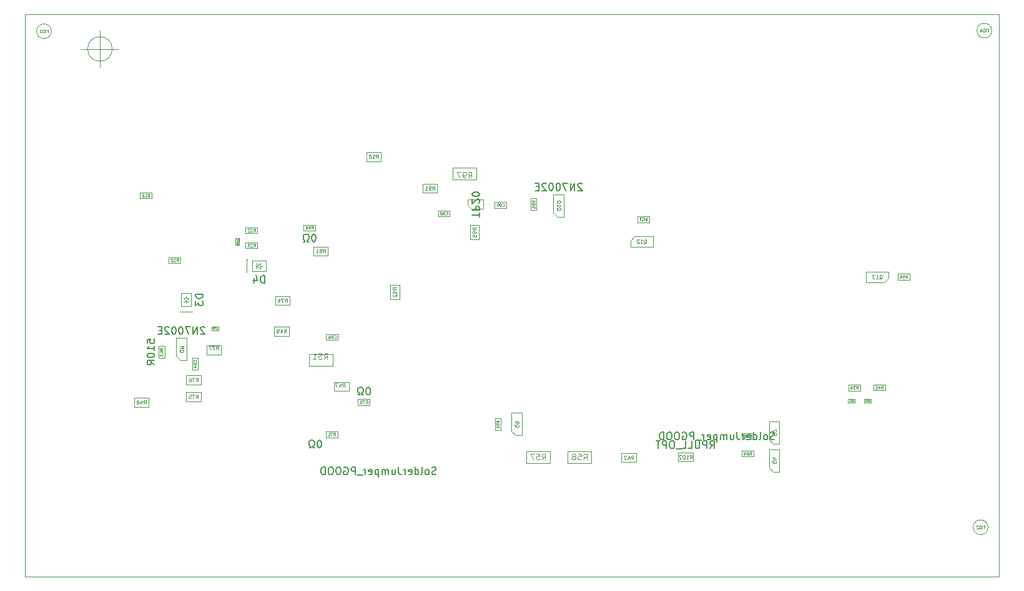
<source format=gbr>
G04 #@! TF.GenerationSoftware,KiCad,Pcbnew,(5.1.2)-1*
G04 #@! TF.CreationDate,2021-02-18T18:51:23+05:45*
G04 #@! TF.ProjectId,Pufferfish-Power-MCU,50756666-6572-4666-9973-682d506f7765,0.0*
G04 #@! TF.SameCoordinates,Original*
G04 #@! TF.FileFunction,Other,Fab,Bot*
%FSLAX46Y46*%
G04 Gerber Fmt 4.6, Leading zero omitted, Abs format (unit mm)*
G04 Created by KiCad (PCBNEW (5.1.2)-1) date 2021-02-18 18:51:23*
%MOMM*%
%LPD*%
G04 APERTURE LIST*
%ADD10C,0.100000*%
%ADD11C,0.120000*%
%ADD12C,0.150000*%
%ADD13C,0.060000*%
%ADD14C,0.080000*%
%ADD15C,0.075000*%
%ADD16C,0.040000*%
G04 APERTURE END LIST*
D10*
X203212700Y-114388900D02*
X203212700Y-119388900D01*
X71094600Y-114401600D02*
X71094600Y-119401600D01*
X82946666Y-47752000D02*
G75*
G03X82946666Y-47752000I-1666666J0D01*
G01*
X78780000Y-47752000D02*
X83780000Y-47752000D01*
X81280000Y-45252000D02*
X81280000Y-50252000D01*
X71094600Y-114401600D02*
X71094600Y-43065700D01*
X203212700Y-119388900D02*
X71094600Y-119401600D01*
X203225400Y-43065700D02*
X203212700Y-114388900D01*
X71094600Y-43065700D02*
X203225400Y-43065700D01*
G04 #@! TO.C,R99*
X108907400Y-72427600D02*
X110507400Y-72427600D01*
X108907400Y-71627600D02*
X108907400Y-72427600D01*
X110507400Y-71627600D02*
X108907400Y-71627600D01*
X110507400Y-72427600D02*
X110507400Y-71627600D01*
G04 #@! TO.C,R49*
X104918000Y-86706000D02*
X106918000Y-86706000D01*
X104918000Y-85506000D02*
X104918000Y-86706000D01*
X106918000Y-85506000D02*
X104918000Y-85506000D01*
X106918000Y-86706000D02*
X106918000Y-85506000D01*
G04 #@! TO.C,Q9*
X137087000Y-99657000D02*
X137087000Y-97207000D01*
X137637000Y-100227000D02*
X138487000Y-100227000D01*
X137087000Y-99657000D02*
X137637000Y-100227000D01*
X138487000Y-100227000D02*
X138487000Y-97187000D01*
X137087000Y-97187000D02*
X138487000Y-97187000D01*
G04 #@! TO.C,C100*
X99686300Y-74414000D02*
X100186300Y-74414000D01*
X100186300Y-74414000D02*
X100186300Y-73414000D01*
X100186300Y-73414000D02*
X99686300Y-73414000D01*
X99686300Y-73414000D02*
X99686300Y-74414000D01*
G04 #@! TO.C,C70*
X97401000Y-85475000D02*
X96401000Y-85475000D01*
X97401000Y-85975000D02*
X97401000Y-85475000D01*
X96401000Y-85975000D02*
X97401000Y-85975000D01*
X96401000Y-85475000D02*
X96401000Y-85975000D01*
G04 #@! TO.C,C51*
X183681500Y-95294000D02*
X182681500Y-95294000D01*
X183681500Y-95794000D02*
X183681500Y-95294000D01*
X182681500Y-95794000D02*
X183681500Y-95794000D01*
X182681500Y-95294000D02*
X182681500Y-95794000D01*
G04 #@! TO.C,C50*
X185881500Y-95294000D02*
X184881500Y-95294000D01*
X185881500Y-95794000D02*
X185881500Y-95294000D01*
X184881500Y-95794000D02*
X185881500Y-95794000D01*
X184881500Y-95294000D02*
X184881500Y-95794000D01*
D11*
G04 #@! TO.C,D3*
X92113100Y-83426300D02*
X92100400Y-83426300D01*
X93853000Y-83439000D02*
X92100400Y-83439000D01*
D10*
X93664000Y-82688000D02*
X93664000Y-80888000D01*
X93664000Y-80888000D02*
X92264000Y-80888000D01*
X92264000Y-80888000D02*
X92264000Y-82688000D01*
X92264000Y-82688000D02*
X93664000Y-82688000D01*
X93314000Y-82088000D02*
X92614000Y-82088000D01*
X92964000Y-82088000D02*
X92964000Y-82288000D01*
X92964000Y-82088000D02*
X93314000Y-81588000D01*
X93314000Y-81588000D02*
X92614000Y-81588000D01*
X92614000Y-81588000D02*
X92964000Y-82088000D01*
X92964000Y-81588000D02*
X92964000Y-81338000D01*
D11*
G04 #@! TO.C,D4*
X101231700Y-76365100D02*
X101231700Y-76352400D01*
X101219000Y-78105000D02*
X101219000Y-76352400D01*
D10*
X101970000Y-77916000D02*
X103770000Y-77916000D01*
X103770000Y-77916000D02*
X103770000Y-76516000D01*
X103770000Y-76516000D02*
X101970000Y-76516000D01*
X101970000Y-76516000D02*
X101970000Y-77916000D01*
X102570000Y-77566000D02*
X102570000Y-76866000D01*
X102570000Y-77216000D02*
X102370000Y-77216000D01*
X102570000Y-77216000D02*
X103070000Y-77566000D01*
X103070000Y-77566000D02*
X103070000Y-76866000D01*
X103070000Y-76866000D02*
X102570000Y-77216000D01*
X103070000Y-77216000D02*
X103320000Y-77216000D01*
G04 #@! TO.C,R39*
X184369000Y-93344000D02*
X182769000Y-93344000D01*
X184369000Y-94144000D02*
X184369000Y-93344000D01*
X182769000Y-94144000D02*
X184369000Y-94144000D01*
X182769000Y-93344000D02*
X182769000Y-94144000D01*
G04 #@! TO.C,R40*
X187769000Y-93331500D02*
X186169000Y-93331500D01*
X187769000Y-94131500D02*
X187769000Y-93331500D01*
X186169000Y-94131500D02*
X187769000Y-94131500D01*
X186169000Y-93331500D02*
X186169000Y-94131500D01*
G04 #@! TO.C,R53*
X154200000Y-71300000D02*
X155800000Y-71300000D01*
X154200000Y-70500000D02*
X154200000Y-71300000D01*
X155800000Y-70500000D02*
X154200000Y-70500000D01*
X155800000Y-71300000D02*
X155800000Y-70500000D01*
G04 #@! TO.C,R54*
X189467400Y-79102600D02*
X191067400Y-79102600D01*
X189467400Y-78302600D02*
X189467400Y-79102600D01*
X191067400Y-78302600D02*
X189467400Y-78302600D01*
X191067400Y-79102600D02*
X191067400Y-78302600D01*
G04 #@! TO.C,R55*
X134847000Y-97907000D02*
X134847000Y-99507000D01*
X135647000Y-97907000D02*
X134847000Y-97907000D01*
X135647000Y-99507000D02*
X135647000Y-97907000D01*
X134847000Y-99507000D02*
X135647000Y-99507000D01*
G04 #@! TO.C,R56*
X139681000Y-68034000D02*
X139681000Y-69634000D01*
X140481000Y-68034000D02*
X139681000Y-68034000D01*
X140481000Y-69634000D02*
X140481000Y-68034000D01*
X139681000Y-69634000D02*
X140481000Y-69634000D01*
G04 #@! TO.C,R20*
X90640000Y-76854000D02*
X92240000Y-76854000D01*
X90640000Y-76054000D02*
X90640000Y-76854000D01*
X92240000Y-76054000D02*
X90640000Y-76054000D01*
X92240000Y-76854000D02*
X92240000Y-76054000D01*
G04 #@! TO.C,R22*
X102654000Y-71990000D02*
X101054000Y-71990000D01*
X102654000Y-72790000D02*
X102654000Y-71990000D01*
X101054000Y-72790000D02*
X102654000Y-72790000D01*
X101054000Y-71990000D02*
X101054000Y-72790000D01*
G04 #@! TO.C,R23*
X101054000Y-74822000D02*
X102654000Y-74822000D01*
X101054000Y-74022000D02*
X101054000Y-74822000D01*
X102654000Y-74022000D02*
X101054000Y-74022000D01*
X102654000Y-74822000D02*
X102654000Y-74022000D01*
G04 #@! TO.C,C64*
X94582400Y-91315100D02*
X94582400Y-89715100D01*
X93782400Y-91315100D02*
X94582400Y-91315100D01*
X93782400Y-89715100D02*
X93782400Y-91315100D01*
X94582400Y-89715100D02*
X93782400Y-89715100D01*
G04 #@! TO.C,C66*
X113576000Y-86468000D02*
X111976000Y-86468000D01*
X113576000Y-87268000D02*
X113576000Y-86468000D01*
X111976000Y-87268000D02*
X113576000Y-87268000D01*
X111976000Y-86468000D02*
X111976000Y-87268000D01*
G04 #@! TO.C,C98*
X127132400Y-70502600D02*
X128732400Y-70502600D01*
X127132400Y-69702600D02*
X127132400Y-70502600D01*
X128732400Y-69702600D02*
X127132400Y-69702600D01*
X128732400Y-70502600D02*
X128732400Y-69702600D01*
G04 #@! TO.C,C99*
X134836000Y-69361000D02*
X136436000Y-69361000D01*
X134836000Y-68561000D02*
X134836000Y-69361000D01*
X136436000Y-68561000D02*
X134836000Y-68561000D01*
X136436000Y-69361000D02*
X136436000Y-68561000D01*
G04 #@! TO.C,FID2*
X201707400Y-112702600D02*
G75*
G03X201707400Y-112702600I-1000000J0D01*
G01*
G04 #@! TO.C,FID3*
X74707400Y-45352600D02*
G75*
G03X74707400Y-45352600I-1000000J0D01*
G01*
G04 #@! TO.C,FID4*
X202207400Y-45252600D02*
G75*
G03X202207400Y-45252600I-1000000J0D01*
G01*
G04 #@! TO.C,Q12*
X156267000Y-73214000D02*
X156267000Y-74614000D01*
X153227000Y-74614000D02*
X156267000Y-74614000D01*
X153797000Y-73214000D02*
X153227000Y-73764000D01*
X153227000Y-73764000D02*
X153227000Y-74614000D01*
X153797000Y-73214000D02*
X156247000Y-73214000D01*
G04 #@! TO.C,Q13*
X185181500Y-79442000D02*
X185181500Y-78042000D01*
X188221500Y-78042000D02*
X185181500Y-78042000D01*
X187651500Y-79442000D02*
X188221500Y-78892000D01*
X188221500Y-78892000D02*
X188221500Y-78042000D01*
X187651500Y-79442000D02*
X185201500Y-79442000D01*
G04 #@! TO.C,TP20*
X131157000Y-68944000D02*
X131682000Y-69469000D01*
X131157000Y-68199000D02*
X131157000Y-68944000D01*
X133257000Y-68199000D02*
X131157000Y-68199000D01*
X133257000Y-69469000D02*
X133257000Y-68199000D01*
X131682000Y-69469000D02*
X133257000Y-69469000D01*
G04 #@! TO.C,Q4*
X172020000Y-102112000D02*
X173420000Y-102112000D01*
X173420000Y-105152000D02*
X173420000Y-102112000D01*
X172020000Y-104582000D02*
X172570000Y-105152000D01*
X172570000Y-105152000D02*
X173420000Y-105152000D01*
X172020000Y-104582000D02*
X172020000Y-102132000D01*
G04 #@! TO.C,Q7*
X172020000Y-100772000D02*
X172020000Y-98322000D01*
X172570000Y-101342000D02*
X173420000Y-101342000D01*
X172020000Y-100772000D02*
X172570000Y-101342000D01*
X173420000Y-101342000D02*
X173420000Y-98302000D01*
X172020000Y-98302000D02*
X173420000Y-98302000D01*
G04 #@! TO.C,R16*
X88320000Y-67260000D02*
X86720000Y-67260000D01*
X88320000Y-68060000D02*
X88320000Y-67260000D01*
X86720000Y-68060000D02*
X88320000Y-68060000D01*
X86720000Y-67260000D02*
X86720000Y-68060000D01*
G04 #@! TO.C,R42*
X154017000Y-102665000D02*
X152017000Y-102665000D01*
X154017000Y-103865000D02*
X154017000Y-102665000D01*
X152017000Y-103865000D02*
X154017000Y-103865000D01*
X152017000Y-102665000D02*
X152017000Y-103865000D01*
G04 #@! TO.C,R47*
X115057400Y-94177600D02*
X115057400Y-92977600D01*
X115057400Y-92977600D02*
X113057400Y-92977600D01*
X113057400Y-92977600D02*
X113057400Y-94177600D01*
X113057400Y-94177600D02*
X115057400Y-94177600D01*
G04 #@! TO.C,R48*
X85907400Y-96352600D02*
X87907400Y-96352600D01*
X85907400Y-95152600D02*
X85907400Y-96352600D01*
X87907400Y-95152600D02*
X85907400Y-95152600D01*
X87907400Y-96352600D02*
X87907400Y-95152600D01*
G04 #@! TO.C,R51*
X109682400Y-89227600D02*
X109682400Y-90827600D01*
X109682400Y-90827600D02*
X112882400Y-90827600D01*
X112882400Y-90827600D02*
X112882400Y-89227600D01*
X112882400Y-89227600D02*
X109682400Y-89227600D01*
G04 #@! TO.C,R57*
X142317000Y-102365000D02*
X139117000Y-102365000D01*
X142317000Y-103965000D02*
X142317000Y-102365000D01*
X139117000Y-103965000D02*
X142317000Y-103965000D01*
X139117000Y-102365000D02*
X139117000Y-103965000D01*
G04 #@! TO.C,R58*
X144729500Y-102365000D02*
X144729500Y-103965000D01*
X144729500Y-103965000D02*
X147929500Y-103965000D01*
X147929500Y-103965000D02*
X147929500Y-102365000D01*
X147929500Y-102365000D02*
X144729500Y-102365000D01*
G04 #@! TO.C,R64*
X168313200Y-103094740D02*
X169913200Y-103094740D01*
X168313200Y-102294740D02*
X168313200Y-103094740D01*
X169913200Y-102294740D02*
X168313200Y-102294740D01*
X169913200Y-103094740D02*
X169913200Y-102294740D01*
G04 #@! TO.C,R65*
X169964000Y-100730000D02*
X169964000Y-99930000D01*
X169964000Y-99930000D02*
X168364000Y-99930000D01*
X168364000Y-99930000D02*
X168364000Y-100730000D01*
X168364000Y-100730000D02*
X169964000Y-100730000D01*
G04 #@! TO.C,R74*
X107045000Y-81315000D02*
X105045000Y-81315000D01*
X107045000Y-82515000D02*
X107045000Y-81315000D01*
X105045000Y-82515000D02*
X107045000Y-82515000D01*
X105045000Y-81315000D02*
X105045000Y-82515000D01*
G04 #@! TO.C,R75*
X92980000Y-94396000D02*
X92980000Y-95596000D01*
X92980000Y-95596000D02*
X94980000Y-95596000D01*
X94980000Y-95596000D02*
X94980000Y-94396000D01*
X94980000Y-94396000D02*
X92980000Y-94396000D01*
G04 #@! TO.C,R76*
X94980000Y-93310000D02*
X94980000Y-92110000D01*
X94980000Y-92110000D02*
X92980000Y-92110000D01*
X92980000Y-92110000D02*
X92980000Y-93310000D01*
X92980000Y-93310000D02*
X94980000Y-93310000D01*
G04 #@! TO.C,R77*
X95725500Y-88046000D02*
X95725500Y-89246000D01*
X95725500Y-89246000D02*
X97725500Y-89246000D01*
X97725500Y-89246000D02*
X97725500Y-88046000D01*
X97725500Y-88046000D02*
X95725500Y-88046000D01*
G04 #@! TO.C,R81*
X112207400Y-74602600D02*
X110207400Y-74602600D01*
X112207400Y-75802600D02*
X112207400Y-74602600D01*
X110207400Y-75802600D02*
X112207400Y-75802600D01*
X110207400Y-74602600D02*
X110207400Y-75802600D01*
G04 #@! TO.C,R90*
X117400000Y-63000000D02*
X119400000Y-63000000D01*
X117400000Y-61800000D02*
X117400000Y-63000000D01*
X119400000Y-61800000D02*
X117400000Y-61800000D01*
X119400000Y-63000000D02*
X119400000Y-61800000D01*
G04 #@! TO.C,R91*
X127032400Y-66077600D02*
X125032400Y-66077600D01*
X127032400Y-67277600D02*
X127032400Y-66077600D01*
X125032400Y-67277600D02*
X127032400Y-67277600D01*
X125032400Y-66077600D02*
X125032400Y-67277600D01*
G04 #@! TO.C,R92*
X121885000Y-79772000D02*
X120685000Y-79772000D01*
X120685000Y-79772000D02*
X120685000Y-81772000D01*
X120685000Y-81772000D02*
X121885000Y-81772000D01*
X121885000Y-81772000D02*
X121885000Y-79772000D01*
G04 #@! TO.C,R95*
X131480000Y-73644000D02*
X132680000Y-73644000D01*
X132680000Y-73644000D02*
X132680000Y-71644000D01*
X132680000Y-71644000D02*
X131480000Y-71644000D01*
X131480000Y-71644000D02*
X131480000Y-73644000D01*
G04 #@! TO.C,R97*
X132332400Y-63852600D02*
X129132400Y-63852600D01*
X132332400Y-65452600D02*
X132332400Y-63852600D01*
X129132400Y-65452600D02*
X132332400Y-65452600D01*
X129132400Y-63852600D02*
X129132400Y-65452600D01*
G04 #@! TO.C,Q8*
X91629000Y-86999000D02*
X93029000Y-86999000D01*
X93029000Y-90039000D02*
X93029000Y-86999000D01*
X91629000Y-89469000D02*
X92179000Y-90039000D01*
X92179000Y-90039000D02*
X93029000Y-90039000D01*
X91629000Y-89469000D02*
X91629000Y-87019000D01*
G04 #@! TO.C,Q10*
X142794000Y-69972000D02*
X142794000Y-67522000D01*
X143344000Y-70542000D02*
X144194000Y-70542000D01*
X142794000Y-69972000D02*
X143344000Y-70542000D01*
X144194000Y-70542000D02*
X144194000Y-67502000D01*
X142794000Y-67502000D02*
X144194000Y-67502000D01*
G04 #@! TO.C,R43*
X89262000Y-89700000D02*
X90062000Y-89700000D01*
X90062000Y-89700000D02*
X90062000Y-88100000D01*
X90062000Y-88100000D02*
X89262000Y-88100000D01*
X89262000Y-88100000D02*
X89262000Y-89700000D01*
G04 #@! TO.C,R70*
X117894000Y-95294500D02*
X116294000Y-95294500D01*
X117894000Y-96094500D02*
X117894000Y-95294500D01*
X116294000Y-96094500D02*
X117894000Y-96094500D01*
X116294000Y-95294500D02*
X116294000Y-96094500D01*
G04 #@! TO.C,R71*
X111907400Y-99702600D02*
X111907400Y-100502600D01*
X111907400Y-100502600D02*
X113507400Y-100502600D01*
X113507400Y-100502600D02*
X113507400Y-99702600D01*
X113507400Y-99702600D02*
X111907400Y-99702600D01*
G04 #@! TO.C,R102*
X159708100Y-102587500D02*
X159708100Y-103787500D01*
X159708100Y-103787500D02*
X161708100Y-103787500D01*
X161708100Y-103787500D02*
X161708100Y-102587500D01*
X161708100Y-102587500D02*
X159708100Y-102587500D01*
G04 #@! TD*
G04 #@! TO.C,R99*
D12*
X110326447Y-72909980D02*
X110231209Y-72909980D01*
X110135971Y-72957600D01*
X110088352Y-73005219D01*
X110040733Y-73100457D01*
X109993114Y-73290933D01*
X109993114Y-73529028D01*
X110040733Y-73719504D01*
X110088352Y-73814742D01*
X110135971Y-73862361D01*
X110231209Y-73909980D01*
X110326447Y-73909980D01*
X110421685Y-73862361D01*
X110469304Y-73814742D01*
X110516923Y-73719504D01*
X110564542Y-73529028D01*
X110564542Y-73290933D01*
X110516923Y-73100457D01*
X110469304Y-73005219D01*
X110421685Y-72957600D01*
X110326447Y-72909980D01*
X109612161Y-73909980D02*
X109374066Y-73909980D01*
X109374066Y-73719504D01*
X109469304Y-73671885D01*
X109564542Y-73576647D01*
X109612161Y-73433790D01*
X109612161Y-73195695D01*
X109564542Y-73052838D01*
X109469304Y-72957600D01*
X109326447Y-72909980D01*
X109135971Y-72909980D01*
X108993114Y-72957600D01*
X108897876Y-73052838D01*
X108850257Y-73195695D01*
X108850257Y-73433790D01*
X108897876Y-73576647D01*
X108993114Y-73671885D01*
X109088352Y-73719504D01*
X109088352Y-73909980D01*
X108850257Y-73909980D01*
D13*
X109989542Y-72208552D02*
X110122876Y-72018076D01*
X110218114Y-72208552D02*
X110218114Y-71808552D01*
X110065733Y-71808552D01*
X110027638Y-71827600D01*
X110008590Y-71846647D01*
X109989542Y-71884742D01*
X109989542Y-71941885D01*
X110008590Y-71979980D01*
X110027638Y-71999028D01*
X110065733Y-72018076D01*
X110218114Y-72018076D01*
X109799066Y-72208552D02*
X109722876Y-72208552D01*
X109684780Y-72189504D01*
X109665733Y-72170457D01*
X109627638Y-72113314D01*
X109608590Y-72037123D01*
X109608590Y-71884742D01*
X109627638Y-71846647D01*
X109646685Y-71827600D01*
X109684780Y-71808552D01*
X109760971Y-71808552D01*
X109799066Y-71827600D01*
X109818114Y-71846647D01*
X109837161Y-71884742D01*
X109837161Y-71979980D01*
X109818114Y-72018076D01*
X109799066Y-72037123D01*
X109760971Y-72056171D01*
X109684780Y-72056171D01*
X109646685Y-72037123D01*
X109627638Y-72018076D01*
X109608590Y-71979980D01*
X109418114Y-72208552D02*
X109341923Y-72208552D01*
X109303828Y-72189504D01*
X109284780Y-72170457D01*
X109246685Y-72113314D01*
X109227638Y-72037123D01*
X109227638Y-71884742D01*
X109246685Y-71846647D01*
X109265733Y-71827600D01*
X109303828Y-71808552D01*
X109380019Y-71808552D01*
X109418114Y-71827600D01*
X109437161Y-71846647D01*
X109456209Y-71884742D01*
X109456209Y-71979980D01*
X109437161Y-72018076D01*
X109418114Y-72037123D01*
X109380019Y-72056171D01*
X109303828Y-72056171D01*
X109265733Y-72037123D01*
X109246685Y-72018076D01*
X109227638Y-71979980D01*
G04 #@! TO.C,R49*
D14*
X106239428Y-86332190D02*
X106406095Y-86094095D01*
X106525142Y-86332190D02*
X106525142Y-85832190D01*
X106334666Y-85832190D01*
X106287047Y-85856000D01*
X106263238Y-85879809D01*
X106239428Y-85927428D01*
X106239428Y-85998857D01*
X106263238Y-86046476D01*
X106287047Y-86070285D01*
X106334666Y-86094095D01*
X106525142Y-86094095D01*
X105810857Y-85998857D02*
X105810857Y-86332190D01*
X105929904Y-85808380D02*
X106048952Y-86165523D01*
X105739428Y-86165523D01*
X105525142Y-86332190D02*
X105429904Y-86332190D01*
X105382285Y-86308380D01*
X105358476Y-86284571D01*
X105310857Y-86213142D01*
X105287047Y-86117904D01*
X105287047Y-85927428D01*
X105310857Y-85879809D01*
X105334666Y-85856000D01*
X105382285Y-85832190D01*
X105477523Y-85832190D01*
X105525142Y-85856000D01*
X105548952Y-85879809D01*
X105572761Y-85927428D01*
X105572761Y-86046476D01*
X105548952Y-86094095D01*
X105525142Y-86117904D01*
X105477523Y-86141714D01*
X105382285Y-86141714D01*
X105334666Y-86117904D01*
X105310857Y-86094095D01*
X105287047Y-86046476D01*
G04 #@! TO.C,Q9*
D15*
X137513190Y-98754619D02*
X137537000Y-98802238D01*
X137584619Y-98849857D01*
X137656047Y-98921285D01*
X137679857Y-98968904D01*
X137679857Y-99016523D01*
X137560809Y-98992714D02*
X137584619Y-99040333D01*
X137632238Y-99087952D01*
X137727476Y-99111761D01*
X137894142Y-99111761D01*
X137989380Y-99087952D01*
X138037000Y-99040333D01*
X138060809Y-98992714D01*
X138060809Y-98897476D01*
X138037000Y-98849857D01*
X137989380Y-98802238D01*
X137894142Y-98778428D01*
X137727476Y-98778428D01*
X137632238Y-98802238D01*
X137584619Y-98849857D01*
X137560809Y-98897476D01*
X137560809Y-98992714D01*
X137560809Y-98540333D02*
X137560809Y-98445095D01*
X137584619Y-98397476D01*
X137608428Y-98373666D01*
X137679857Y-98326047D01*
X137775095Y-98302238D01*
X137965571Y-98302238D01*
X138013190Y-98326047D01*
X138037000Y-98349857D01*
X138060809Y-98397476D01*
X138060809Y-98492714D01*
X138037000Y-98540333D01*
X138013190Y-98564142D01*
X137965571Y-98587952D01*
X137846523Y-98587952D01*
X137798904Y-98564142D01*
X137775095Y-98540333D01*
X137751285Y-98492714D01*
X137751285Y-98397476D01*
X137775095Y-98349857D01*
X137798904Y-98326047D01*
X137846523Y-98302238D01*
G04 #@! TO.C,C100*
D16*
X100025585Y-73634238D02*
X100037490Y-73622333D01*
X100049395Y-73586619D01*
X100049395Y-73562809D01*
X100037490Y-73527095D01*
X100013680Y-73503285D01*
X99989871Y-73491380D01*
X99942252Y-73479476D01*
X99906538Y-73479476D01*
X99858919Y-73491380D01*
X99835109Y-73503285D01*
X99811300Y-73527095D01*
X99799395Y-73562809D01*
X99799395Y-73586619D01*
X99811300Y-73622333D01*
X99823204Y-73634238D01*
X100049395Y-73872333D02*
X100049395Y-73729476D01*
X100049395Y-73800904D02*
X99799395Y-73800904D01*
X99835109Y-73777095D01*
X99858919Y-73753285D01*
X99870823Y-73729476D01*
X99799395Y-74027095D02*
X99799395Y-74050904D01*
X99811300Y-74074714D01*
X99823204Y-74086619D01*
X99847014Y-74098523D01*
X99894633Y-74110428D01*
X99954157Y-74110428D01*
X100001776Y-74098523D01*
X100025585Y-74086619D01*
X100037490Y-74074714D01*
X100049395Y-74050904D01*
X100049395Y-74027095D01*
X100037490Y-74003285D01*
X100025585Y-73991380D01*
X100001776Y-73979476D01*
X99954157Y-73967571D01*
X99894633Y-73967571D01*
X99847014Y-73979476D01*
X99823204Y-73991380D01*
X99811300Y-74003285D01*
X99799395Y-74027095D01*
X99799395Y-74265190D02*
X99799395Y-74289000D01*
X99811300Y-74312809D01*
X99823204Y-74324714D01*
X99847014Y-74336619D01*
X99894633Y-74348523D01*
X99954157Y-74348523D01*
X100001776Y-74336619D01*
X100025585Y-74324714D01*
X100037490Y-74312809D01*
X100049395Y-74289000D01*
X100049395Y-74265190D01*
X100037490Y-74241380D01*
X100025585Y-74229476D01*
X100001776Y-74217571D01*
X99954157Y-74205666D01*
X99894633Y-74205666D01*
X99847014Y-74217571D01*
X99823204Y-74229476D01*
X99811300Y-74241380D01*
X99799395Y-74265190D01*
G04 #@! TO.C,C70*
X97061714Y-85814285D02*
X97073619Y-85826190D01*
X97109333Y-85838095D01*
X97133142Y-85838095D01*
X97168857Y-85826190D01*
X97192666Y-85802380D01*
X97204571Y-85778571D01*
X97216476Y-85730952D01*
X97216476Y-85695238D01*
X97204571Y-85647619D01*
X97192666Y-85623809D01*
X97168857Y-85600000D01*
X97133142Y-85588095D01*
X97109333Y-85588095D01*
X97073619Y-85600000D01*
X97061714Y-85611904D01*
X96978380Y-85588095D02*
X96811714Y-85588095D01*
X96918857Y-85838095D01*
X96668857Y-85588095D02*
X96645047Y-85588095D01*
X96621238Y-85600000D01*
X96609333Y-85611904D01*
X96597428Y-85635714D01*
X96585523Y-85683333D01*
X96585523Y-85742857D01*
X96597428Y-85790476D01*
X96609333Y-85814285D01*
X96621238Y-85826190D01*
X96645047Y-85838095D01*
X96668857Y-85838095D01*
X96692666Y-85826190D01*
X96704571Y-85814285D01*
X96716476Y-85790476D01*
X96728380Y-85742857D01*
X96728380Y-85683333D01*
X96716476Y-85635714D01*
X96704571Y-85611904D01*
X96692666Y-85600000D01*
X96668857Y-85588095D01*
G04 #@! TO.C,C51*
X183342214Y-95633285D02*
X183354119Y-95645190D01*
X183389833Y-95657095D01*
X183413642Y-95657095D01*
X183449357Y-95645190D01*
X183473166Y-95621380D01*
X183485071Y-95597571D01*
X183496976Y-95549952D01*
X183496976Y-95514238D01*
X183485071Y-95466619D01*
X183473166Y-95442809D01*
X183449357Y-95419000D01*
X183413642Y-95407095D01*
X183389833Y-95407095D01*
X183354119Y-95419000D01*
X183342214Y-95430904D01*
X183116023Y-95407095D02*
X183235071Y-95407095D01*
X183246976Y-95526142D01*
X183235071Y-95514238D01*
X183211261Y-95502333D01*
X183151738Y-95502333D01*
X183127928Y-95514238D01*
X183116023Y-95526142D01*
X183104119Y-95549952D01*
X183104119Y-95609476D01*
X183116023Y-95633285D01*
X183127928Y-95645190D01*
X183151738Y-95657095D01*
X183211261Y-95657095D01*
X183235071Y-95645190D01*
X183246976Y-95633285D01*
X182866023Y-95657095D02*
X183008880Y-95657095D01*
X182937452Y-95657095D02*
X182937452Y-95407095D01*
X182961261Y-95442809D01*
X182985071Y-95466619D01*
X183008880Y-95478523D01*
G04 #@! TO.C,C50*
X185542214Y-95633285D02*
X185554119Y-95645190D01*
X185589833Y-95657095D01*
X185613642Y-95657095D01*
X185649357Y-95645190D01*
X185673166Y-95621380D01*
X185685071Y-95597571D01*
X185696976Y-95549952D01*
X185696976Y-95514238D01*
X185685071Y-95466619D01*
X185673166Y-95442809D01*
X185649357Y-95419000D01*
X185613642Y-95407095D01*
X185589833Y-95407095D01*
X185554119Y-95419000D01*
X185542214Y-95430904D01*
X185316023Y-95407095D02*
X185435071Y-95407095D01*
X185446976Y-95526142D01*
X185435071Y-95514238D01*
X185411261Y-95502333D01*
X185351738Y-95502333D01*
X185327928Y-95514238D01*
X185316023Y-95526142D01*
X185304119Y-95549952D01*
X185304119Y-95609476D01*
X185316023Y-95633285D01*
X185327928Y-95645190D01*
X185351738Y-95657095D01*
X185411261Y-95657095D01*
X185435071Y-95645190D01*
X185446976Y-95633285D01*
X185149357Y-95407095D02*
X185125547Y-95407095D01*
X185101738Y-95419000D01*
X185089833Y-95430904D01*
X185077928Y-95454714D01*
X185066023Y-95502333D01*
X185066023Y-95561857D01*
X185077928Y-95609476D01*
X185089833Y-95633285D01*
X185101738Y-95645190D01*
X185125547Y-95657095D01*
X185149357Y-95657095D01*
X185173166Y-95645190D01*
X185185071Y-95633285D01*
X185196976Y-95609476D01*
X185208880Y-95561857D01*
X185208880Y-95502333D01*
X185196976Y-95454714D01*
X185185071Y-95430904D01*
X185173166Y-95419000D01*
X185149357Y-95407095D01*
G04 #@! TO.C,D3*
D12*
X95266380Y-81049904D02*
X94266380Y-81049904D01*
X94266380Y-81288000D01*
X94314000Y-81430857D01*
X94409238Y-81526095D01*
X94504476Y-81573714D01*
X94694952Y-81621333D01*
X94837809Y-81621333D01*
X95028285Y-81573714D01*
X95123523Y-81526095D01*
X95218761Y-81430857D01*
X95266380Y-81288000D01*
X95266380Y-81049904D01*
X94266380Y-81954666D02*
X94266380Y-82573714D01*
X94647333Y-82240380D01*
X94647333Y-82383238D01*
X94694952Y-82478476D01*
X94742571Y-82526095D01*
X94837809Y-82573714D01*
X95075904Y-82573714D01*
X95171142Y-82526095D01*
X95218761Y-82478476D01*
X95266380Y-82383238D01*
X95266380Y-82097523D01*
X95218761Y-82002285D01*
X95171142Y-81954666D01*
G04 #@! TO.C,D4*
X103608095Y-79518380D02*
X103608095Y-78518380D01*
X103370000Y-78518380D01*
X103227142Y-78566000D01*
X103131904Y-78661238D01*
X103084285Y-78756476D01*
X103036666Y-78946952D01*
X103036666Y-79089809D01*
X103084285Y-79280285D01*
X103131904Y-79375523D01*
X103227142Y-79470761D01*
X103370000Y-79518380D01*
X103608095Y-79518380D01*
X102179523Y-78851714D02*
X102179523Y-79518380D01*
X102417619Y-78470761D02*
X102655714Y-79185047D01*
X102036666Y-79185047D01*
G04 #@! TO.C,R39*
D13*
X183826142Y-93924952D02*
X183959476Y-93734476D01*
X184054714Y-93924952D02*
X184054714Y-93524952D01*
X183902333Y-93524952D01*
X183864238Y-93544000D01*
X183845190Y-93563047D01*
X183826142Y-93601142D01*
X183826142Y-93658285D01*
X183845190Y-93696380D01*
X183864238Y-93715428D01*
X183902333Y-93734476D01*
X184054714Y-93734476D01*
X183692809Y-93524952D02*
X183445190Y-93524952D01*
X183578523Y-93677333D01*
X183521380Y-93677333D01*
X183483285Y-93696380D01*
X183464238Y-93715428D01*
X183445190Y-93753523D01*
X183445190Y-93848761D01*
X183464238Y-93886857D01*
X183483285Y-93905904D01*
X183521380Y-93924952D01*
X183635666Y-93924952D01*
X183673761Y-93905904D01*
X183692809Y-93886857D01*
X183254714Y-93924952D02*
X183178523Y-93924952D01*
X183140428Y-93905904D01*
X183121380Y-93886857D01*
X183083285Y-93829714D01*
X183064238Y-93753523D01*
X183064238Y-93601142D01*
X183083285Y-93563047D01*
X183102333Y-93544000D01*
X183140428Y-93524952D01*
X183216619Y-93524952D01*
X183254714Y-93544000D01*
X183273761Y-93563047D01*
X183292809Y-93601142D01*
X183292809Y-93696380D01*
X183273761Y-93734476D01*
X183254714Y-93753523D01*
X183216619Y-93772571D01*
X183140428Y-93772571D01*
X183102333Y-93753523D01*
X183083285Y-93734476D01*
X183064238Y-93696380D01*
G04 #@! TO.C,R40*
X187226142Y-93912452D02*
X187359476Y-93721976D01*
X187454714Y-93912452D02*
X187454714Y-93512452D01*
X187302333Y-93512452D01*
X187264238Y-93531500D01*
X187245190Y-93550547D01*
X187226142Y-93588642D01*
X187226142Y-93645785D01*
X187245190Y-93683880D01*
X187264238Y-93702928D01*
X187302333Y-93721976D01*
X187454714Y-93721976D01*
X186883285Y-93645785D02*
X186883285Y-93912452D01*
X186978523Y-93493404D02*
X187073761Y-93779119D01*
X186826142Y-93779119D01*
X186597571Y-93512452D02*
X186559476Y-93512452D01*
X186521380Y-93531500D01*
X186502333Y-93550547D01*
X186483285Y-93588642D01*
X186464238Y-93664833D01*
X186464238Y-93760071D01*
X186483285Y-93836261D01*
X186502333Y-93874357D01*
X186521380Y-93893404D01*
X186559476Y-93912452D01*
X186597571Y-93912452D01*
X186635666Y-93893404D01*
X186654714Y-93874357D01*
X186673761Y-93836261D01*
X186692809Y-93760071D01*
X186692809Y-93664833D01*
X186673761Y-93588642D01*
X186654714Y-93550547D01*
X186635666Y-93531500D01*
X186597571Y-93512452D01*
G04 #@! TO.C,R53*
X155257142Y-71080952D02*
X155390476Y-70890476D01*
X155485714Y-71080952D02*
X155485714Y-70680952D01*
X155333333Y-70680952D01*
X155295238Y-70700000D01*
X155276190Y-70719047D01*
X155257142Y-70757142D01*
X155257142Y-70814285D01*
X155276190Y-70852380D01*
X155295238Y-70871428D01*
X155333333Y-70890476D01*
X155485714Y-70890476D01*
X154895238Y-70680952D02*
X155085714Y-70680952D01*
X155104761Y-70871428D01*
X155085714Y-70852380D01*
X155047619Y-70833333D01*
X154952380Y-70833333D01*
X154914285Y-70852380D01*
X154895238Y-70871428D01*
X154876190Y-70909523D01*
X154876190Y-71004761D01*
X154895238Y-71042857D01*
X154914285Y-71061904D01*
X154952380Y-71080952D01*
X155047619Y-71080952D01*
X155085714Y-71061904D01*
X155104761Y-71042857D01*
X154742857Y-70680952D02*
X154495238Y-70680952D01*
X154628571Y-70833333D01*
X154571428Y-70833333D01*
X154533333Y-70852380D01*
X154514285Y-70871428D01*
X154495238Y-70909523D01*
X154495238Y-71004761D01*
X154514285Y-71042857D01*
X154533333Y-71061904D01*
X154571428Y-71080952D01*
X154685714Y-71080952D01*
X154723809Y-71061904D01*
X154742857Y-71042857D01*
G04 #@! TO.C,R54*
X190524542Y-78883552D02*
X190657876Y-78693076D01*
X190753114Y-78883552D02*
X190753114Y-78483552D01*
X190600733Y-78483552D01*
X190562638Y-78502600D01*
X190543590Y-78521647D01*
X190524542Y-78559742D01*
X190524542Y-78616885D01*
X190543590Y-78654980D01*
X190562638Y-78674028D01*
X190600733Y-78693076D01*
X190753114Y-78693076D01*
X190162638Y-78483552D02*
X190353114Y-78483552D01*
X190372161Y-78674028D01*
X190353114Y-78654980D01*
X190315019Y-78635933D01*
X190219780Y-78635933D01*
X190181685Y-78654980D01*
X190162638Y-78674028D01*
X190143590Y-78712123D01*
X190143590Y-78807361D01*
X190162638Y-78845457D01*
X190181685Y-78864504D01*
X190219780Y-78883552D01*
X190315019Y-78883552D01*
X190353114Y-78864504D01*
X190372161Y-78845457D01*
X189800733Y-78616885D02*
X189800733Y-78883552D01*
X189895971Y-78464504D02*
X189991209Y-78750219D01*
X189743590Y-78750219D01*
G04 #@! TO.C,R55*
X135427952Y-98449857D02*
X135237476Y-98316523D01*
X135427952Y-98221285D02*
X135027952Y-98221285D01*
X135027952Y-98373666D01*
X135047000Y-98411761D01*
X135066047Y-98430809D01*
X135104142Y-98449857D01*
X135161285Y-98449857D01*
X135199380Y-98430809D01*
X135218428Y-98411761D01*
X135237476Y-98373666D01*
X135237476Y-98221285D01*
X135027952Y-98811761D02*
X135027952Y-98621285D01*
X135218428Y-98602238D01*
X135199380Y-98621285D01*
X135180333Y-98659380D01*
X135180333Y-98754619D01*
X135199380Y-98792714D01*
X135218428Y-98811761D01*
X135256523Y-98830809D01*
X135351761Y-98830809D01*
X135389857Y-98811761D01*
X135408904Y-98792714D01*
X135427952Y-98754619D01*
X135427952Y-98659380D01*
X135408904Y-98621285D01*
X135389857Y-98602238D01*
X135027952Y-99192714D02*
X135027952Y-99002238D01*
X135218428Y-98983190D01*
X135199380Y-99002238D01*
X135180333Y-99040333D01*
X135180333Y-99135571D01*
X135199380Y-99173666D01*
X135218428Y-99192714D01*
X135256523Y-99211761D01*
X135351761Y-99211761D01*
X135389857Y-99192714D01*
X135408904Y-99173666D01*
X135427952Y-99135571D01*
X135427952Y-99040333D01*
X135408904Y-99002238D01*
X135389857Y-98983190D01*
G04 #@! TO.C,R56*
X140261952Y-68576857D02*
X140071476Y-68443523D01*
X140261952Y-68348285D02*
X139861952Y-68348285D01*
X139861952Y-68500666D01*
X139881000Y-68538761D01*
X139900047Y-68557809D01*
X139938142Y-68576857D01*
X139995285Y-68576857D01*
X140033380Y-68557809D01*
X140052428Y-68538761D01*
X140071476Y-68500666D01*
X140071476Y-68348285D01*
X139861952Y-68938761D02*
X139861952Y-68748285D01*
X140052428Y-68729238D01*
X140033380Y-68748285D01*
X140014333Y-68786380D01*
X140014333Y-68881619D01*
X140033380Y-68919714D01*
X140052428Y-68938761D01*
X140090523Y-68957809D01*
X140185761Y-68957809D01*
X140223857Y-68938761D01*
X140242904Y-68919714D01*
X140261952Y-68881619D01*
X140261952Y-68786380D01*
X140242904Y-68748285D01*
X140223857Y-68729238D01*
X139861952Y-69300666D02*
X139861952Y-69224476D01*
X139881000Y-69186380D01*
X139900047Y-69167333D01*
X139957190Y-69129238D01*
X140033380Y-69110190D01*
X140185761Y-69110190D01*
X140223857Y-69129238D01*
X140242904Y-69148285D01*
X140261952Y-69186380D01*
X140261952Y-69262571D01*
X140242904Y-69300666D01*
X140223857Y-69319714D01*
X140185761Y-69338761D01*
X140090523Y-69338761D01*
X140052428Y-69319714D01*
X140033380Y-69300666D01*
X140014333Y-69262571D01*
X140014333Y-69186380D01*
X140033380Y-69148285D01*
X140052428Y-69129238D01*
X140090523Y-69110190D01*
G04 #@! TO.C,R20*
X91697142Y-76634952D02*
X91830476Y-76444476D01*
X91925714Y-76634952D02*
X91925714Y-76234952D01*
X91773333Y-76234952D01*
X91735238Y-76254000D01*
X91716190Y-76273047D01*
X91697142Y-76311142D01*
X91697142Y-76368285D01*
X91716190Y-76406380D01*
X91735238Y-76425428D01*
X91773333Y-76444476D01*
X91925714Y-76444476D01*
X91544761Y-76273047D02*
X91525714Y-76254000D01*
X91487619Y-76234952D01*
X91392380Y-76234952D01*
X91354285Y-76254000D01*
X91335238Y-76273047D01*
X91316190Y-76311142D01*
X91316190Y-76349238D01*
X91335238Y-76406380D01*
X91563809Y-76634952D01*
X91316190Y-76634952D01*
X91068571Y-76234952D02*
X91030476Y-76234952D01*
X90992380Y-76254000D01*
X90973333Y-76273047D01*
X90954285Y-76311142D01*
X90935238Y-76387333D01*
X90935238Y-76482571D01*
X90954285Y-76558761D01*
X90973333Y-76596857D01*
X90992380Y-76615904D01*
X91030476Y-76634952D01*
X91068571Y-76634952D01*
X91106666Y-76615904D01*
X91125714Y-76596857D01*
X91144761Y-76558761D01*
X91163809Y-76482571D01*
X91163809Y-76387333D01*
X91144761Y-76311142D01*
X91125714Y-76273047D01*
X91106666Y-76254000D01*
X91068571Y-76234952D01*
G04 #@! TO.C,R22*
X102111142Y-72570952D02*
X102244476Y-72380476D01*
X102339714Y-72570952D02*
X102339714Y-72170952D01*
X102187333Y-72170952D01*
X102149238Y-72190000D01*
X102130190Y-72209047D01*
X102111142Y-72247142D01*
X102111142Y-72304285D01*
X102130190Y-72342380D01*
X102149238Y-72361428D01*
X102187333Y-72380476D01*
X102339714Y-72380476D01*
X101958761Y-72209047D02*
X101939714Y-72190000D01*
X101901619Y-72170952D01*
X101806380Y-72170952D01*
X101768285Y-72190000D01*
X101749238Y-72209047D01*
X101730190Y-72247142D01*
X101730190Y-72285238D01*
X101749238Y-72342380D01*
X101977809Y-72570952D01*
X101730190Y-72570952D01*
X101577809Y-72209047D02*
X101558761Y-72190000D01*
X101520666Y-72170952D01*
X101425428Y-72170952D01*
X101387333Y-72190000D01*
X101368285Y-72209047D01*
X101349238Y-72247142D01*
X101349238Y-72285238D01*
X101368285Y-72342380D01*
X101596857Y-72570952D01*
X101349238Y-72570952D01*
G04 #@! TO.C,R23*
X102111142Y-74602952D02*
X102244476Y-74412476D01*
X102339714Y-74602952D02*
X102339714Y-74202952D01*
X102187333Y-74202952D01*
X102149238Y-74222000D01*
X102130190Y-74241047D01*
X102111142Y-74279142D01*
X102111142Y-74336285D01*
X102130190Y-74374380D01*
X102149238Y-74393428D01*
X102187333Y-74412476D01*
X102339714Y-74412476D01*
X101958761Y-74241047D02*
X101939714Y-74222000D01*
X101901619Y-74202952D01*
X101806380Y-74202952D01*
X101768285Y-74222000D01*
X101749238Y-74241047D01*
X101730190Y-74279142D01*
X101730190Y-74317238D01*
X101749238Y-74374380D01*
X101977809Y-74602952D01*
X101730190Y-74602952D01*
X101596857Y-74202952D02*
X101349238Y-74202952D01*
X101482571Y-74355333D01*
X101425428Y-74355333D01*
X101387333Y-74374380D01*
X101368285Y-74393428D01*
X101349238Y-74431523D01*
X101349238Y-74526761D01*
X101368285Y-74564857D01*
X101387333Y-74583904D01*
X101425428Y-74602952D01*
X101539714Y-74602952D01*
X101577809Y-74583904D01*
X101596857Y-74564857D01*
G04 #@! TO.C,C64*
X94325257Y-90257957D02*
X94344304Y-90238909D01*
X94363352Y-90181766D01*
X94363352Y-90143671D01*
X94344304Y-90086528D01*
X94306209Y-90048433D01*
X94268114Y-90029385D01*
X94191923Y-90010338D01*
X94134780Y-90010338D01*
X94058590Y-90029385D01*
X94020495Y-90048433D01*
X93982400Y-90086528D01*
X93963352Y-90143671D01*
X93963352Y-90181766D01*
X93982400Y-90238909D01*
X94001447Y-90257957D01*
X93963352Y-90600814D02*
X93963352Y-90524623D01*
X93982400Y-90486528D01*
X94001447Y-90467480D01*
X94058590Y-90429385D01*
X94134780Y-90410338D01*
X94287161Y-90410338D01*
X94325257Y-90429385D01*
X94344304Y-90448433D01*
X94363352Y-90486528D01*
X94363352Y-90562719D01*
X94344304Y-90600814D01*
X94325257Y-90619861D01*
X94287161Y-90638909D01*
X94191923Y-90638909D01*
X94153828Y-90619861D01*
X94134780Y-90600814D01*
X94115733Y-90562719D01*
X94115733Y-90486528D01*
X94134780Y-90448433D01*
X94153828Y-90429385D01*
X94191923Y-90410338D01*
X94096685Y-90981766D02*
X94363352Y-90981766D01*
X93944304Y-90886528D02*
X94230019Y-90791290D01*
X94230019Y-91038909D01*
G04 #@! TO.C,C66*
X113045642Y-87010857D02*
X113064690Y-87029904D01*
X113121833Y-87048952D01*
X113159928Y-87048952D01*
X113217071Y-87029904D01*
X113255166Y-86991809D01*
X113274214Y-86953714D01*
X113293261Y-86877523D01*
X113293261Y-86820380D01*
X113274214Y-86744190D01*
X113255166Y-86706095D01*
X113217071Y-86668000D01*
X113159928Y-86648952D01*
X113121833Y-86648952D01*
X113064690Y-86668000D01*
X113045642Y-86687047D01*
X112702785Y-86648952D02*
X112778976Y-86648952D01*
X112817071Y-86668000D01*
X112836119Y-86687047D01*
X112874214Y-86744190D01*
X112893261Y-86820380D01*
X112893261Y-86972761D01*
X112874214Y-87010857D01*
X112855166Y-87029904D01*
X112817071Y-87048952D01*
X112740880Y-87048952D01*
X112702785Y-87029904D01*
X112683738Y-87010857D01*
X112664690Y-86972761D01*
X112664690Y-86877523D01*
X112683738Y-86839428D01*
X112702785Y-86820380D01*
X112740880Y-86801333D01*
X112817071Y-86801333D01*
X112855166Y-86820380D01*
X112874214Y-86839428D01*
X112893261Y-86877523D01*
X112321833Y-86648952D02*
X112398023Y-86648952D01*
X112436119Y-86668000D01*
X112455166Y-86687047D01*
X112493261Y-86744190D01*
X112512309Y-86820380D01*
X112512309Y-86972761D01*
X112493261Y-87010857D01*
X112474214Y-87029904D01*
X112436119Y-87048952D01*
X112359928Y-87048952D01*
X112321833Y-87029904D01*
X112302785Y-87010857D01*
X112283738Y-86972761D01*
X112283738Y-86877523D01*
X112302785Y-86839428D01*
X112321833Y-86820380D01*
X112359928Y-86801333D01*
X112436119Y-86801333D01*
X112474214Y-86820380D01*
X112493261Y-86839428D01*
X112512309Y-86877523D01*
G04 #@! TO.C,C98*
X128189542Y-70245457D02*
X128208590Y-70264504D01*
X128265733Y-70283552D01*
X128303828Y-70283552D01*
X128360971Y-70264504D01*
X128399066Y-70226409D01*
X128418114Y-70188314D01*
X128437161Y-70112123D01*
X128437161Y-70054980D01*
X128418114Y-69978790D01*
X128399066Y-69940695D01*
X128360971Y-69902600D01*
X128303828Y-69883552D01*
X128265733Y-69883552D01*
X128208590Y-69902600D01*
X128189542Y-69921647D01*
X127999066Y-70283552D02*
X127922876Y-70283552D01*
X127884780Y-70264504D01*
X127865733Y-70245457D01*
X127827638Y-70188314D01*
X127808590Y-70112123D01*
X127808590Y-69959742D01*
X127827638Y-69921647D01*
X127846685Y-69902600D01*
X127884780Y-69883552D01*
X127960971Y-69883552D01*
X127999066Y-69902600D01*
X128018114Y-69921647D01*
X128037161Y-69959742D01*
X128037161Y-70054980D01*
X128018114Y-70093076D01*
X127999066Y-70112123D01*
X127960971Y-70131171D01*
X127884780Y-70131171D01*
X127846685Y-70112123D01*
X127827638Y-70093076D01*
X127808590Y-70054980D01*
X127580019Y-70054980D02*
X127618114Y-70035933D01*
X127637161Y-70016885D01*
X127656209Y-69978790D01*
X127656209Y-69959742D01*
X127637161Y-69921647D01*
X127618114Y-69902600D01*
X127580019Y-69883552D01*
X127503828Y-69883552D01*
X127465733Y-69902600D01*
X127446685Y-69921647D01*
X127427638Y-69959742D01*
X127427638Y-69978790D01*
X127446685Y-70016885D01*
X127465733Y-70035933D01*
X127503828Y-70054980D01*
X127580019Y-70054980D01*
X127618114Y-70074028D01*
X127637161Y-70093076D01*
X127656209Y-70131171D01*
X127656209Y-70207361D01*
X127637161Y-70245457D01*
X127618114Y-70264504D01*
X127580019Y-70283552D01*
X127503828Y-70283552D01*
X127465733Y-70264504D01*
X127446685Y-70245457D01*
X127427638Y-70207361D01*
X127427638Y-70131171D01*
X127446685Y-70093076D01*
X127465733Y-70074028D01*
X127503828Y-70054980D01*
G04 #@! TO.C,C99*
X135893142Y-69103857D02*
X135912190Y-69122904D01*
X135969333Y-69141952D01*
X136007428Y-69141952D01*
X136064571Y-69122904D01*
X136102666Y-69084809D01*
X136121714Y-69046714D01*
X136140761Y-68970523D01*
X136140761Y-68913380D01*
X136121714Y-68837190D01*
X136102666Y-68799095D01*
X136064571Y-68761000D01*
X136007428Y-68741952D01*
X135969333Y-68741952D01*
X135912190Y-68761000D01*
X135893142Y-68780047D01*
X135702666Y-69141952D02*
X135626476Y-69141952D01*
X135588380Y-69122904D01*
X135569333Y-69103857D01*
X135531238Y-69046714D01*
X135512190Y-68970523D01*
X135512190Y-68818142D01*
X135531238Y-68780047D01*
X135550285Y-68761000D01*
X135588380Y-68741952D01*
X135664571Y-68741952D01*
X135702666Y-68761000D01*
X135721714Y-68780047D01*
X135740761Y-68818142D01*
X135740761Y-68913380D01*
X135721714Y-68951476D01*
X135702666Y-68970523D01*
X135664571Y-68989571D01*
X135588380Y-68989571D01*
X135550285Y-68970523D01*
X135531238Y-68951476D01*
X135512190Y-68913380D01*
X135321714Y-69141952D02*
X135245523Y-69141952D01*
X135207428Y-69122904D01*
X135188380Y-69103857D01*
X135150285Y-69046714D01*
X135131238Y-68970523D01*
X135131238Y-68818142D01*
X135150285Y-68780047D01*
X135169333Y-68761000D01*
X135207428Y-68741952D01*
X135283619Y-68741952D01*
X135321714Y-68761000D01*
X135340761Y-68780047D01*
X135359809Y-68818142D01*
X135359809Y-68913380D01*
X135340761Y-68951476D01*
X135321714Y-68970523D01*
X135283619Y-68989571D01*
X135207428Y-68989571D01*
X135169333Y-68970523D01*
X135150285Y-68951476D01*
X135131238Y-68913380D01*
G04 #@! TO.C,FID2*
X201135971Y-112674028D02*
X201269304Y-112674028D01*
X201269304Y-112883552D02*
X201269304Y-112483552D01*
X201078828Y-112483552D01*
X200926447Y-112883552D02*
X200926447Y-112483552D01*
X200735971Y-112883552D02*
X200735971Y-112483552D01*
X200640733Y-112483552D01*
X200583590Y-112502600D01*
X200545495Y-112540695D01*
X200526447Y-112578790D01*
X200507400Y-112654980D01*
X200507400Y-112712123D01*
X200526447Y-112788314D01*
X200545495Y-112826409D01*
X200583590Y-112864504D01*
X200640733Y-112883552D01*
X200735971Y-112883552D01*
X200355019Y-112521647D02*
X200335971Y-112502600D01*
X200297876Y-112483552D01*
X200202638Y-112483552D01*
X200164542Y-112502600D01*
X200145495Y-112521647D01*
X200126447Y-112559742D01*
X200126447Y-112597838D01*
X200145495Y-112654980D01*
X200374066Y-112883552D01*
X200126447Y-112883552D01*
G04 #@! TO.C,FID3*
X74135971Y-45324028D02*
X74269304Y-45324028D01*
X74269304Y-45533552D02*
X74269304Y-45133552D01*
X74078828Y-45133552D01*
X73926447Y-45533552D02*
X73926447Y-45133552D01*
X73735971Y-45533552D02*
X73735971Y-45133552D01*
X73640733Y-45133552D01*
X73583590Y-45152600D01*
X73545495Y-45190695D01*
X73526447Y-45228790D01*
X73507400Y-45304980D01*
X73507400Y-45362123D01*
X73526447Y-45438314D01*
X73545495Y-45476409D01*
X73583590Y-45514504D01*
X73640733Y-45533552D01*
X73735971Y-45533552D01*
X73374066Y-45133552D02*
X73126447Y-45133552D01*
X73259780Y-45285933D01*
X73202638Y-45285933D01*
X73164542Y-45304980D01*
X73145495Y-45324028D01*
X73126447Y-45362123D01*
X73126447Y-45457361D01*
X73145495Y-45495457D01*
X73164542Y-45514504D01*
X73202638Y-45533552D01*
X73316923Y-45533552D01*
X73355019Y-45514504D01*
X73374066Y-45495457D01*
G04 #@! TO.C,FID4*
X201635971Y-45224028D02*
X201769304Y-45224028D01*
X201769304Y-45433552D02*
X201769304Y-45033552D01*
X201578828Y-45033552D01*
X201426447Y-45433552D02*
X201426447Y-45033552D01*
X201235971Y-45433552D02*
X201235971Y-45033552D01*
X201140733Y-45033552D01*
X201083590Y-45052600D01*
X201045495Y-45090695D01*
X201026447Y-45128790D01*
X201007400Y-45204980D01*
X201007400Y-45262123D01*
X201026447Y-45338314D01*
X201045495Y-45376409D01*
X201083590Y-45414504D01*
X201140733Y-45433552D01*
X201235971Y-45433552D01*
X200664542Y-45166885D02*
X200664542Y-45433552D01*
X200759780Y-45014504D02*
X200855019Y-45300219D01*
X200607400Y-45300219D01*
G04 #@! TO.C,Q12*
D15*
X155032714Y-74187809D02*
X155080333Y-74164000D01*
X155127952Y-74116380D01*
X155199380Y-74044952D01*
X155247000Y-74021142D01*
X155294619Y-74021142D01*
X155270809Y-74140190D02*
X155318428Y-74116380D01*
X155366047Y-74068761D01*
X155389857Y-73973523D01*
X155389857Y-73806857D01*
X155366047Y-73711619D01*
X155318428Y-73664000D01*
X155270809Y-73640190D01*
X155175571Y-73640190D01*
X155127952Y-73664000D01*
X155080333Y-73711619D01*
X155056523Y-73806857D01*
X155056523Y-73973523D01*
X155080333Y-74068761D01*
X155127952Y-74116380D01*
X155175571Y-74140190D01*
X155270809Y-74140190D01*
X154580333Y-74140190D02*
X154866047Y-74140190D01*
X154723190Y-74140190D02*
X154723190Y-73640190D01*
X154770809Y-73711619D01*
X154818428Y-73759238D01*
X154866047Y-73783047D01*
X154389857Y-73687809D02*
X154366047Y-73664000D01*
X154318428Y-73640190D01*
X154199380Y-73640190D01*
X154151761Y-73664000D01*
X154127952Y-73687809D01*
X154104142Y-73735428D01*
X154104142Y-73783047D01*
X154127952Y-73854476D01*
X154413666Y-74140190D01*
X154104142Y-74140190D01*
G04 #@! TO.C,Q13*
X186987214Y-79015809D02*
X187034833Y-78992000D01*
X187082452Y-78944380D01*
X187153880Y-78872952D01*
X187201500Y-78849142D01*
X187249119Y-78849142D01*
X187225309Y-78968190D02*
X187272928Y-78944380D01*
X187320547Y-78896761D01*
X187344357Y-78801523D01*
X187344357Y-78634857D01*
X187320547Y-78539619D01*
X187272928Y-78492000D01*
X187225309Y-78468190D01*
X187130071Y-78468190D01*
X187082452Y-78492000D01*
X187034833Y-78539619D01*
X187011023Y-78634857D01*
X187011023Y-78801523D01*
X187034833Y-78896761D01*
X187082452Y-78944380D01*
X187130071Y-78968190D01*
X187225309Y-78968190D01*
X186534833Y-78968190D02*
X186820547Y-78968190D01*
X186677690Y-78968190D02*
X186677690Y-78468190D01*
X186725309Y-78539619D01*
X186772928Y-78587238D01*
X186820547Y-78611047D01*
X186368166Y-78468190D02*
X186058642Y-78468190D01*
X186225309Y-78658666D01*
X186153880Y-78658666D01*
X186106261Y-78682476D01*
X186082452Y-78706285D01*
X186058642Y-78753904D01*
X186058642Y-78872952D01*
X186082452Y-78920571D01*
X186106261Y-78944380D01*
X186153880Y-78968190D01*
X186296738Y-78968190D01*
X186344357Y-78944380D01*
X186368166Y-78920571D01*
G04 #@! TO.C,TP20*
D12*
X132754619Y-70572095D02*
X132754619Y-70000666D01*
X131754619Y-70286380D02*
X132754619Y-70286380D01*
X131754619Y-69667333D02*
X132754619Y-69667333D01*
X132754619Y-69286380D01*
X132707000Y-69191142D01*
X132659380Y-69143523D01*
X132564142Y-69095904D01*
X132421285Y-69095904D01*
X132326047Y-69143523D01*
X132278428Y-69191142D01*
X132230809Y-69286380D01*
X132230809Y-69667333D01*
X132659380Y-68714952D02*
X132707000Y-68667333D01*
X132754619Y-68572095D01*
X132754619Y-68334000D01*
X132707000Y-68238761D01*
X132659380Y-68191142D01*
X132564142Y-68143523D01*
X132468904Y-68143523D01*
X132326047Y-68191142D01*
X131754619Y-68762571D01*
X131754619Y-68143523D01*
X132754619Y-67524476D02*
X132754619Y-67429238D01*
X132707000Y-67334000D01*
X132659380Y-67286380D01*
X132564142Y-67238761D01*
X132373666Y-67191142D01*
X132135571Y-67191142D01*
X131945095Y-67238761D01*
X131849857Y-67286380D01*
X131802238Y-67334000D01*
X131754619Y-67429238D01*
X131754619Y-67524476D01*
X131802238Y-67619714D01*
X131849857Y-67667333D01*
X131945095Y-67714952D01*
X132135571Y-67762571D01*
X132373666Y-67762571D01*
X132564142Y-67714952D01*
X132659380Y-67667333D01*
X132707000Y-67619714D01*
X132754619Y-67524476D01*
G04 #@! TO.C,Q4*
D15*
X172446190Y-103679619D02*
X172470000Y-103727238D01*
X172517619Y-103774857D01*
X172589047Y-103846285D01*
X172612857Y-103893904D01*
X172612857Y-103941523D01*
X172493809Y-103917714D02*
X172517619Y-103965333D01*
X172565238Y-104012952D01*
X172660476Y-104036761D01*
X172827142Y-104036761D01*
X172922380Y-104012952D01*
X172970000Y-103965333D01*
X172993809Y-103917714D01*
X172993809Y-103822476D01*
X172970000Y-103774857D01*
X172922380Y-103727238D01*
X172827142Y-103703428D01*
X172660476Y-103703428D01*
X172565238Y-103727238D01*
X172517619Y-103774857D01*
X172493809Y-103822476D01*
X172493809Y-103917714D01*
X172827142Y-103274857D02*
X172493809Y-103274857D01*
X173017619Y-103393904D02*
X172660476Y-103512952D01*
X172660476Y-103203428D01*
G04 #@! TO.C,Q7*
X172446190Y-99869619D02*
X172470000Y-99917238D01*
X172517619Y-99964857D01*
X172589047Y-100036285D01*
X172612857Y-100083904D01*
X172612857Y-100131523D01*
X172493809Y-100107714D02*
X172517619Y-100155333D01*
X172565238Y-100202952D01*
X172660476Y-100226761D01*
X172827142Y-100226761D01*
X172922380Y-100202952D01*
X172970000Y-100155333D01*
X172993809Y-100107714D01*
X172993809Y-100012476D01*
X172970000Y-99964857D01*
X172922380Y-99917238D01*
X172827142Y-99893428D01*
X172660476Y-99893428D01*
X172565238Y-99917238D01*
X172517619Y-99964857D01*
X172493809Y-100012476D01*
X172493809Y-100107714D01*
X172993809Y-99726761D02*
X172993809Y-99393428D01*
X172493809Y-99607714D01*
G04 #@! TO.C,R16*
D13*
X87777142Y-67840952D02*
X87910476Y-67650476D01*
X88005714Y-67840952D02*
X88005714Y-67440952D01*
X87853333Y-67440952D01*
X87815238Y-67460000D01*
X87796190Y-67479047D01*
X87777142Y-67517142D01*
X87777142Y-67574285D01*
X87796190Y-67612380D01*
X87815238Y-67631428D01*
X87853333Y-67650476D01*
X88005714Y-67650476D01*
X87396190Y-67840952D02*
X87624761Y-67840952D01*
X87510476Y-67840952D02*
X87510476Y-67440952D01*
X87548571Y-67498095D01*
X87586666Y-67536190D01*
X87624761Y-67555238D01*
X87053333Y-67440952D02*
X87129523Y-67440952D01*
X87167619Y-67460000D01*
X87186666Y-67479047D01*
X87224761Y-67536190D01*
X87243809Y-67612380D01*
X87243809Y-67764761D01*
X87224761Y-67802857D01*
X87205714Y-67821904D01*
X87167619Y-67840952D01*
X87091428Y-67840952D01*
X87053333Y-67821904D01*
X87034285Y-67802857D01*
X87015238Y-67764761D01*
X87015238Y-67669523D01*
X87034285Y-67631428D01*
X87053333Y-67612380D01*
X87091428Y-67593333D01*
X87167619Y-67593333D01*
X87205714Y-67612380D01*
X87224761Y-67631428D01*
X87243809Y-67669523D01*
G04 #@! TO.C,R42*
D14*
X153338428Y-103491190D02*
X153505095Y-103253095D01*
X153624142Y-103491190D02*
X153624142Y-102991190D01*
X153433666Y-102991190D01*
X153386047Y-103015000D01*
X153362238Y-103038809D01*
X153338428Y-103086428D01*
X153338428Y-103157857D01*
X153362238Y-103205476D01*
X153386047Y-103229285D01*
X153433666Y-103253095D01*
X153624142Y-103253095D01*
X152909857Y-103157857D02*
X152909857Y-103491190D01*
X153028904Y-102967380D02*
X153147952Y-103324523D01*
X152838428Y-103324523D01*
X152671761Y-103038809D02*
X152647952Y-103015000D01*
X152600333Y-102991190D01*
X152481285Y-102991190D01*
X152433666Y-103015000D01*
X152409857Y-103038809D01*
X152386047Y-103086428D01*
X152386047Y-103134047D01*
X152409857Y-103205476D01*
X152695571Y-103491190D01*
X152386047Y-103491190D01*
G04 #@! TO.C,R47*
X114173328Y-93676790D02*
X114339995Y-93438695D01*
X114459042Y-93676790D02*
X114459042Y-93176790D01*
X114268566Y-93176790D01*
X114220947Y-93200600D01*
X114197138Y-93224409D01*
X114173328Y-93272028D01*
X114173328Y-93343457D01*
X114197138Y-93391076D01*
X114220947Y-93414885D01*
X114268566Y-93438695D01*
X114459042Y-93438695D01*
X113744757Y-93343457D02*
X113744757Y-93676790D01*
X113863804Y-93152980D02*
X113982852Y-93510123D01*
X113673328Y-93510123D01*
X113530471Y-93176790D02*
X113197138Y-93176790D01*
X113411423Y-93676790D01*
G04 #@! TO.C,R48*
X87228828Y-95978790D02*
X87395495Y-95740695D01*
X87514542Y-95978790D02*
X87514542Y-95478790D01*
X87324066Y-95478790D01*
X87276447Y-95502600D01*
X87252638Y-95526409D01*
X87228828Y-95574028D01*
X87228828Y-95645457D01*
X87252638Y-95693076D01*
X87276447Y-95716885D01*
X87324066Y-95740695D01*
X87514542Y-95740695D01*
X86800257Y-95645457D02*
X86800257Y-95978790D01*
X86919304Y-95454980D02*
X87038352Y-95812123D01*
X86728828Y-95812123D01*
X86466923Y-95693076D02*
X86514542Y-95669266D01*
X86538352Y-95645457D01*
X86562161Y-95597838D01*
X86562161Y-95574028D01*
X86538352Y-95526409D01*
X86514542Y-95502600D01*
X86466923Y-95478790D01*
X86371685Y-95478790D01*
X86324066Y-95502600D01*
X86300257Y-95526409D01*
X86276447Y-95574028D01*
X86276447Y-95597838D01*
X86300257Y-95645457D01*
X86324066Y-95669266D01*
X86371685Y-95693076D01*
X86466923Y-95693076D01*
X86514542Y-95716885D01*
X86538352Y-95740695D01*
X86562161Y-95788314D01*
X86562161Y-95883552D01*
X86538352Y-95931171D01*
X86514542Y-95954980D01*
X86466923Y-95978790D01*
X86371685Y-95978790D01*
X86324066Y-95954980D01*
X86300257Y-95931171D01*
X86276447Y-95883552D01*
X86276447Y-95788314D01*
X86300257Y-95740695D01*
X86324066Y-95716885D01*
X86371685Y-95693076D01*
G04 #@! TO.C,R51*
D11*
X111672685Y-89881504D02*
X111939352Y-89500552D01*
X112129828Y-89881504D02*
X112129828Y-89081504D01*
X111825066Y-89081504D01*
X111748876Y-89119600D01*
X111710780Y-89157695D01*
X111672685Y-89233885D01*
X111672685Y-89348171D01*
X111710780Y-89424361D01*
X111748876Y-89462457D01*
X111825066Y-89500552D01*
X112129828Y-89500552D01*
X110948876Y-89081504D02*
X111329828Y-89081504D01*
X111367923Y-89462457D01*
X111329828Y-89424361D01*
X111253638Y-89386266D01*
X111063161Y-89386266D01*
X110986971Y-89424361D01*
X110948876Y-89462457D01*
X110910780Y-89538647D01*
X110910780Y-89729123D01*
X110948876Y-89805314D01*
X110986971Y-89843409D01*
X111063161Y-89881504D01*
X111253638Y-89881504D01*
X111329828Y-89843409D01*
X111367923Y-89805314D01*
X110148876Y-89881504D02*
X110606019Y-89881504D01*
X110377447Y-89881504D02*
X110377447Y-89081504D01*
X110453638Y-89195790D01*
X110529828Y-89271980D01*
X110606019Y-89310076D01*
G04 #@! TO.C,R57*
X141231285Y-103526904D02*
X141497952Y-103145952D01*
X141688428Y-103526904D02*
X141688428Y-102726904D01*
X141383666Y-102726904D01*
X141307476Y-102765000D01*
X141269380Y-102803095D01*
X141231285Y-102879285D01*
X141231285Y-102993571D01*
X141269380Y-103069761D01*
X141307476Y-103107857D01*
X141383666Y-103145952D01*
X141688428Y-103145952D01*
X140507476Y-102726904D02*
X140888428Y-102726904D01*
X140926523Y-103107857D01*
X140888428Y-103069761D01*
X140812238Y-103031666D01*
X140621761Y-103031666D01*
X140545571Y-103069761D01*
X140507476Y-103107857D01*
X140469380Y-103184047D01*
X140469380Y-103374523D01*
X140507476Y-103450714D01*
X140545571Y-103488809D01*
X140621761Y-103526904D01*
X140812238Y-103526904D01*
X140888428Y-103488809D01*
X140926523Y-103450714D01*
X140202714Y-102726904D02*
X139669380Y-102726904D01*
X140012238Y-103526904D01*
G04 #@! TO.C,R58*
X146843785Y-103526904D02*
X147110452Y-103145952D01*
X147300928Y-103526904D02*
X147300928Y-102726904D01*
X146996166Y-102726904D01*
X146919976Y-102765000D01*
X146881880Y-102803095D01*
X146843785Y-102879285D01*
X146843785Y-102993571D01*
X146881880Y-103069761D01*
X146919976Y-103107857D01*
X146996166Y-103145952D01*
X147300928Y-103145952D01*
X146119976Y-102726904D02*
X146500928Y-102726904D01*
X146539023Y-103107857D01*
X146500928Y-103069761D01*
X146424738Y-103031666D01*
X146234261Y-103031666D01*
X146158071Y-103069761D01*
X146119976Y-103107857D01*
X146081880Y-103184047D01*
X146081880Y-103374523D01*
X146119976Y-103450714D01*
X146158071Y-103488809D01*
X146234261Y-103526904D01*
X146424738Y-103526904D01*
X146500928Y-103488809D01*
X146539023Y-103450714D01*
X145624738Y-103069761D02*
X145700928Y-103031666D01*
X145739023Y-102993571D01*
X145777119Y-102917380D01*
X145777119Y-102879285D01*
X145739023Y-102803095D01*
X145700928Y-102765000D01*
X145624738Y-102726904D01*
X145472357Y-102726904D01*
X145396166Y-102765000D01*
X145358071Y-102803095D01*
X145319976Y-102879285D01*
X145319976Y-102917380D01*
X145358071Y-102993571D01*
X145396166Y-103031666D01*
X145472357Y-103069761D01*
X145624738Y-103069761D01*
X145700928Y-103107857D01*
X145739023Y-103145952D01*
X145777119Y-103222142D01*
X145777119Y-103374523D01*
X145739023Y-103450714D01*
X145700928Y-103488809D01*
X145624738Y-103526904D01*
X145472357Y-103526904D01*
X145396166Y-103488809D01*
X145358071Y-103450714D01*
X145319976Y-103374523D01*
X145319976Y-103222142D01*
X145358071Y-103145952D01*
X145396166Y-103107857D01*
X145472357Y-103069761D01*
G04 #@! TO.C,R64*
D13*
X169370342Y-102875692D02*
X169503676Y-102685216D01*
X169598914Y-102875692D02*
X169598914Y-102475692D01*
X169446533Y-102475692D01*
X169408438Y-102494740D01*
X169389390Y-102513787D01*
X169370342Y-102551882D01*
X169370342Y-102609025D01*
X169389390Y-102647120D01*
X169408438Y-102666168D01*
X169446533Y-102685216D01*
X169598914Y-102685216D01*
X169027485Y-102475692D02*
X169103676Y-102475692D01*
X169141771Y-102494740D01*
X169160819Y-102513787D01*
X169198914Y-102570930D01*
X169217961Y-102647120D01*
X169217961Y-102799501D01*
X169198914Y-102837597D01*
X169179866Y-102856644D01*
X169141771Y-102875692D01*
X169065580Y-102875692D01*
X169027485Y-102856644D01*
X169008438Y-102837597D01*
X168989390Y-102799501D01*
X168989390Y-102704263D01*
X169008438Y-102666168D01*
X169027485Y-102647120D01*
X169065580Y-102628073D01*
X169141771Y-102628073D01*
X169179866Y-102647120D01*
X169198914Y-102666168D01*
X169217961Y-102704263D01*
X168646533Y-102609025D02*
X168646533Y-102875692D01*
X168741771Y-102456644D02*
X168837009Y-102742359D01*
X168589390Y-102742359D01*
G04 #@! TO.C,R65*
X169421142Y-100510952D02*
X169554476Y-100320476D01*
X169649714Y-100510952D02*
X169649714Y-100110952D01*
X169497333Y-100110952D01*
X169459238Y-100130000D01*
X169440190Y-100149047D01*
X169421142Y-100187142D01*
X169421142Y-100244285D01*
X169440190Y-100282380D01*
X169459238Y-100301428D01*
X169497333Y-100320476D01*
X169649714Y-100320476D01*
X169078285Y-100110952D02*
X169154476Y-100110952D01*
X169192571Y-100130000D01*
X169211619Y-100149047D01*
X169249714Y-100206190D01*
X169268761Y-100282380D01*
X169268761Y-100434761D01*
X169249714Y-100472857D01*
X169230666Y-100491904D01*
X169192571Y-100510952D01*
X169116380Y-100510952D01*
X169078285Y-100491904D01*
X169059238Y-100472857D01*
X169040190Y-100434761D01*
X169040190Y-100339523D01*
X169059238Y-100301428D01*
X169078285Y-100282380D01*
X169116380Y-100263333D01*
X169192571Y-100263333D01*
X169230666Y-100282380D01*
X169249714Y-100301428D01*
X169268761Y-100339523D01*
X168678285Y-100110952D02*
X168868761Y-100110952D01*
X168887809Y-100301428D01*
X168868761Y-100282380D01*
X168830666Y-100263333D01*
X168735428Y-100263333D01*
X168697333Y-100282380D01*
X168678285Y-100301428D01*
X168659238Y-100339523D01*
X168659238Y-100434761D01*
X168678285Y-100472857D01*
X168697333Y-100491904D01*
X168735428Y-100510952D01*
X168830666Y-100510952D01*
X168868761Y-100491904D01*
X168887809Y-100472857D01*
G04 #@! TO.C,R74*
D14*
X106366428Y-82141190D02*
X106533095Y-81903095D01*
X106652142Y-82141190D02*
X106652142Y-81641190D01*
X106461666Y-81641190D01*
X106414047Y-81665000D01*
X106390238Y-81688809D01*
X106366428Y-81736428D01*
X106366428Y-81807857D01*
X106390238Y-81855476D01*
X106414047Y-81879285D01*
X106461666Y-81903095D01*
X106652142Y-81903095D01*
X106199761Y-81641190D02*
X105866428Y-81641190D01*
X106080714Y-82141190D01*
X105461666Y-81807857D02*
X105461666Y-82141190D01*
X105580714Y-81617380D02*
X105699761Y-81974523D01*
X105390238Y-81974523D01*
G04 #@! TO.C,R75*
X94301428Y-95222190D02*
X94468095Y-94984095D01*
X94587142Y-95222190D02*
X94587142Y-94722190D01*
X94396666Y-94722190D01*
X94349047Y-94746000D01*
X94325238Y-94769809D01*
X94301428Y-94817428D01*
X94301428Y-94888857D01*
X94325238Y-94936476D01*
X94349047Y-94960285D01*
X94396666Y-94984095D01*
X94587142Y-94984095D01*
X94134761Y-94722190D02*
X93801428Y-94722190D01*
X94015714Y-95222190D01*
X93372857Y-94722190D02*
X93610952Y-94722190D01*
X93634761Y-94960285D01*
X93610952Y-94936476D01*
X93563333Y-94912666D01*
X93444285Y-94912666D01*
X93396666Y-94936476D01*
X93372857Y-94960285D01*
X93349047Y-95007904D01*
X93349047Y-95126952D01*
X93372857Y-95174571D01*
X93396666Y-95198380D01*
X93444285Y-95222190D01*
X93563333Y-95222190D01*
X93610952Y-95198380D01*
X93634761Y-95174571D01*
G04 #@! TO.C,R76*
X94301428Y-92936190D02*
X94468095Y-92698095D01*
X94587142Y-92936190D02*
X94587142Y-92436190D01*
X94396666Y-92436190D01*
X94349047Y-92460000D01*
X94325238Y-92483809D01*
X94301428Y-92531428D01*
X94301428Y-92602857D01*
X94325238Y-92650476D01*
X94349047Y-92674285D01*
X94396666Y-92698095D01*
X94587142Y-92698095D01*
X94134761Y-92436190D02*
X93801428Y-92436190D01*
X94015714Y-92936190D01*
X93396666Y-92436190D02*
X93491904Y-92436190D01*
X93539523Y-92460000D01*
X93563333Y-92483809D01*
X93610952Y-92555238D01*
X93634761Y-92650476D01*
X93634761Y-92840952D01*
X93610952Y-92888571D01*
X93587142Y-92912380D01*
X93539523Y-92936190D01*
X93444285Y-92936190D01*
X93396666Y-92912380D01*
X93372857Y-92888571D01*
X93349047Y-92840952D01*
X93349047Y-92721904D01*
X93372857Y-92674285D01*
X93396666Y-92650476D01*
X93444285Y-92626666D01*
X93539523Y-92626666D01*
X93587142Y-92650476D01*
X93610952Y-92674285D01*
X93634761Y-92721904D01*
G04 #@! TO.C,R77*
X97046928Y-88618190D02*
X97213595Y-88380095D01*
X97332642Y-88618190D02*
X97332642Y-88118190D01*
X97142166Y-88118190D01*
X97094547Y-88142000D01*
X97070738Y-88165809D01*
X97046928Y-88213428D01*
X97046928Y-88284857D01*
X97070738Y-88332476D01*
X97094547Y-88356285D01*
X97142166Y-88380095D01*
X97332642Y-88380095D01*
X96880261Y-88118190D02*
X96546928Y-88118190D01*
X96761214Y-88618190D01*
X96404071Y-88118190D02*
X96070738Y-88118190D01*
X96285023Y-88618190D01*
G04 #@! TO.C,R81*
X111528828Y-75428790D02*
X111695495Y-75190695D01*
X111814542Y-75428790D02*
X111814542Y-74928790D01*
X111624066Y-74928790D01*
X111576447Y-74952600D01*
X111552638Y-74976409D01*
X111528828Y-75024028D01*
X111528828Y-75095457D01*
X111552638Y-75143076D01*
X111576447Y-75166885D01*
X111624066Y-75190695D01*
X111814542Y-75190695D01*
X111243114Y-75143076D02*
X111290733Y-75119266D01*
X111314542Y-75095457D01*
X111338352Y-75047838D01*
X111338352Y-75024028D01*
X111314542Y-74976409D01*
X111290733Y-74952600D01*
X111243114Y-74928790D01*
X111147876Y-74928790D01*
X111100257Y-74952600D01*
X111076447Y-74976409D01*
X111052638Y-75024028D01*
X111052638Y-75047838D01*
X111076447Y-75095457D01*
X111100257Y-75119266D01*
X111147876Y-75143076D01*
X111243114Y-75143076D01*
X111290733Y-75166885D01*
X111314542Y-75190695D01*
X111338352Y-75238314D01*
X111338352Y-75333552D01*
X111314542Y-75381171D01*
X111290733Y-75404980D01*
X111243114Y-75428790D01*
X111147876Y-75428790D01*
X111100257Y-75404980D01*
X111076447Y-75381171D01*
X111052638Y-75333552D01*
X111052638Y-75238314D01*
X111076447Y-75190695D01*
X111100257Y-75166885D01*
X111147876Y-75143076D01*
X110576447Y-75428790D02*
X110862161Y-75428790D01*
X110719304Y-75428790D02*
X110719304Y-74928790D01*
X110766923Y-75000219D01*
X110814542Y-75047838D01*
X110862161Y-75071647D01*
G04 #@! TO.C,R90*
X118721428Y-62626190D02*
X118888095Y-62388095D01*
X119007142Y-62626190D02*
X119007142Y-62126190D01*
X118816666Y-62126190D01*
X118769047Y-62150000D01*
X118745238Y-62173809D01*
X118721428Y-62221428D01*
X118721428Y-62292857D01*
X118745238Y-62340476D01*
X118769047Y-62364285D01*
X118816666Y-62388095D01*
X119007142Y-62388095D01*
X118483333Y-62626190D02*
X118388095Y-62626190D01*
X118340476Y-62602380D01*
X118316666Y-62578571D01*
X118269047Y-62507142D01*
X118245238Y-62411904D01*
X118245238Y-62221428D01*
X118269047Y-62173809D01*
X118292857Y-62150000D01*
X118340476Y-62126190D01*
X118435714Y-62126190D01*
X118483333Y-62150000D01*
X118507142Y-62173809D01*
X118530952Y-62221428D01*
X118530952Y-62340476D01*
X118507142Y-62388095D01*
X118483333Y-62411904D01*
X118435714Y-62435714D01*
X118340476Y-62435714D01*
X118292857Y-62411904D01*
X118269047Y-62388095D01*
X118245238Y-62340476D01*
X117935714Y-62126190D02*
X117888095Y-62126190D01*
X117840476Y-62150000D01*
X117816666Y-62173809D01*
X117792857Y-62221428D01*
X117769047Y-62316666D01*
X117769047Y-62435714D01*
X117792857Y-62530952D01*
X117816666Y-62578571D01*
X117840476Y-62602380D01*
X117888095Y-62626190D01*
X117935714Y-62626190D01*
X117983333Y-62602380D01*
X118007142Y-62578571D01*
X118030952Y-62530952D01*
X118054761Y-62435714D01*
X118054761Y-62316666D01*
X118030952Y-62221428D01*
X118007142Y-62173809D01*
X117983333Y-62150000D01*
X117935714Y-62126190D01*
G04 #@! TO.C,R91*
X126353828Y-66903790D02*
X126520495Y-66665695D01*
X126639542Y-66903790D02*
X126639542Y-66403790D01*
X126449066Y-66403790D01*
X126401447Y-66427600D01*
X126377638Y-66451409D01*
X126353828Y-66499028D01*
X126353828Y-66570457D01*
X126377638Y-66618076D01*
X126401447Y-66641885D01*
X126449066Y-66665695D01*
X126639542Y-66665695D01*
X126115733Y-66903790D02*
X126020495Y-66903790D01*
X125972876Y-66879980D01*
X125949066Y-66856171D01*
X125901447Y-66784742D01*
X125877638Y-66689504D01*
X125877638Y-66499028D01*
X125901447Y-66451409D01*
X125925257Y-66427600D01*
X125972876Y-66403790D01*
X126068114Y-66403790D01*
X126115733Y-66427600D01*
X126139542Y-66451409D01*
X126163352Y-66499028D01*
X126163352Y-66618076D01*
X126139542Y-66665695D01*
X126115733Y-66689504D01*
X126068114Y-66713314D01*
X125972876Y-66713314D01*
X125925257Y-66689504D01*
X125901447Y-66665695D01*
X125877638Y-66618076D01*
X125401447Y-66903790D02*
X125687161Y-66903790D01*
X125544304Y-66903790D02*
X125544304Y-66403790D01*
X125591923Y-66475219D01*
X125639542Y-66522838D01*
X125687161Y-66546647D01*
G04 #@! TO.C,R92*
X121511190Y-80450571D02*
X121273095Y-80283904D01*
X121511190Y-80164857D02*
X121011190Y-80164857D01*
X121011190Y-80355333D01*
X121035000Y-80402952D01*
X121058809Y-80426761D01*
X121106428Y-80450571D01*
X121177857Y-80450571D01*
X121225476Y-80426761D01*
X121249285Y-80402952D01*
X121273095Y-80355333D01*
X121273095Y-80164857D01*
X121511190Y-80688666D02*
X121511190Y-80783904D01*
X121487380Y-80831523D01*
X121463571Y-80855333D01*
X121392142Y-80902952D01*
X121296904Y-80926761D01*
X121106428Y-80926761D01*
X121058809Y-80902952D01*
X121035000Y-80879142D01*
X121011190Y-80831523D01*
X121011190Y-80736285D01*
X121035000Y-80688666D01*
X121058809Y-80664857D01*
X121106428Y-80641047D01*
X121225476Y-80641047D01*
X121273095Y-80664857D01*
X121296904Y-80688666D01*
X121320714Y-80736285D01*
X121320714Y-80831523D01*
X121296904Y-80879142D01*
X121273095Y-80902952D01*
X121225476Y-80926761D01*
X121058809Y-81117238D02*
X121035000Y-81141047D01*
X121011190Y-81188666D01*
X121011190Y-81307714D01*
X121035000Y-81355333D01*
X121058809Y-81379142D01*
X121106428Y-81402952D01*
X121154047Y-81402952D01*
X121225476Y-81379142D01*
X121511190Y-81093428D01*
X121511190Y-81402952D01*
G04 #@! TO.C,R95*
X132306190Y-72322571D02*
X132068095Y-72155904D01*
X132306190Y-72036857D02*
X131806190Y-72036857D01*
X131806190Y-72227333D01*
X131830000Y-72274952D01*
X131853809Y-72298761D01*
X131901428Y-72322571D01*
X131972857Y-72322571D01*
X132020476Y-72298761D01*
X132044285Y-72274952D01*
X132068095Y-72227333D01*
X132068095Y-72036857D01*
X132306190Y-72560666D02*
X132306190Y-72655904D01*
X132282380Y-72703523D01*
X132258571Y-72727333D01*
X132187142Y-72774952D01*
X132091904Y-72798761D01*
X131901428Y-72798761D01*
X131853809Y-72774952D01*
X131830000Y-72751142D01*
X131806190Y-72703523D01*
X131806190Y-72608285D01*
X131830000Y-72560666D01*
X131853809Y-72536857D01*
X131901428Y-72513047D01*
X132020476Y-72513047D01*
X132068095Y-72536857D01*
X132091904Y-72560666D01*
X132115714Y-72608285D01*
X132115714Y-72703523D01*
X132091904Y-72751142D01*
X132068095Y-72774952D01*
X132020476Y-72798761D01*
X131806190Y-73251142D02*
X131806190Y-73013047D01*
X132044285Y-72989238D01*
X132020476Y-73013047D01*
X131996666Y-73060666D01*
X131996666Y-73179714D01*
X132020476Y-73227333D01*
X132044285Y-73251142D01*
X132091904Y-73274952D01*
X132210952Y-73274952D01*
X132258571Y-73251142D01*
X132282380Y-73227333D01*
X132306190Y-73179714D01*
X132306190Y-73060666D01*
X132282380Y-73013047D01*
X132258571Y-72989238D01*
G04 #@! TO.C,R97*
D11*
X131246685Y-65268504D02*
X131513352Y-64887552D01*
X131703828Y-65268504D02*
X131703828Y-64468504D01*
X131399066Y-64468504D01*
X131322876Y-64506600D01*
X131284780Y-64544695D01*
X131246685Y-64620885D01*
X131246685Y-64735171D01*
X131284780Y-64811361D01*
X131322876Y-64849457D01*
X131399066Y-64887552D01*
X131703828Y-64887552D01*
X130865733Y-65268504D02*
X130713352Y-65268504D01*
X130637161Y-65230409D01*
X130599066Y-65192314D01*
X130522876Y-65078028D01*
X130484780Y-64925647D01*
X130484780Y-64620885D01*
X130522876Y-64544695D01*
X130560971Y-64506600D01*
X130637161Y-64468504D01*
X130789542Y-64468504D01*
X130865733Y-64506600D01*
X130903828Y-64544695D01*
X130941923Y-64620885D01*
X130941923Y-64811361D01*
X130903828Y-64887552D01*
X130865733Y-64925647D01*
X130789542Y-64963742D01*
X130637161Y-64963742D01*
X130560971Y-64925647D01*
X130522876Y-64887552D01*
X130484780Y-64811361D01*
X130218114Y-64468504D02*
X129684780Y-64468504D01*
X130027638Y-65268504D01*
G04 #@! TO.C,Q8*
D12*
X95495666Y-85566619D02*
X95448047Y-85519000D01*
X95352809Y-85471380D01*
X95114714Y-85471380D01*
X95019476Y-85519000D01*
X94971857Y-85566619D01*
X94924238Y-85661857D01*
X94924238Y-85757095D01*
X94971857Y-85899952D01*
X95543285Y-86471380D01*
X94924238Y-86471380D01*
X94495666Y-86471380D02*
X94495666Y-85471380D01*
X93924238Y-86471380D01*
X93924238Y-85471380D01*
X93543285Y-85471380D02*
X92876619Y-85471380D01*
X93305190Y-86471380D01*
X92305190Y-85471380D02*
X92209952Y-85471380D01*
X92114714Y-85519000D01*
X92067095Y-85566619D01*
X92019476Y-85661857D01*
X91971857Y-85852333D01*
X91971857Y-86090428D01*
X92019476Y-86280904D01*
X92067095Y-86376142D01*
X92114714Y-86423761D01*
X92209952Y-86471380D01*
X92305190Y-86471380D01*
X92400428Y-86423761D01*
X92448047Y-86376142D01*
X92495666Y-86280904D01*
X92543285Y-86090428D01*
X92543285Y-85852333D01*
X92495666Y-85661857D01*
X92448047Y-85566619D01*
X92400428Y-85519000D01*
X92305190Y-85471380D01*
X91352809Y-85471380D02*
X91257571Y-85471380D01*
X91162333Y-85519000D01*
X91114714Y-85566619D01*
X91067095Y-85661857D01*
X91019476Y-85852333D01*
X91019476Y-86090428D01*
X91067095Y-86280904D01*
X91114714Y-86376142D01*
X91162333Y-86423761D01*
X91257571Y-86471380D01*
X91352809Y-86471380D01*
X91448047Y-86423761D01*
X91495666Y-86376142D01*
X91543285Y-86280904D01*
X91590904Y-86090428D01*
X91590904Y-85852333D01*
X91543285Y-85661857D01*
X91495666Y-85566619D01*
X91448047Y-85519000D01*
X91352809Y-85471380D01*
X90638523Y-85566619D02*
X90590904Y-85519000D01*
X90495666Y-85471380D01*
X90257571Y-85471380D01*
X90162333Y-85519000D01*
X90114714Y-85566619D01*
X90067095Y-85661857D01*
X90067095Y-85757095D01*
X90114714Y-85899952D01*
X90686142Y-86471380D01*
X90067095Y-86471380D01*
X89638523Y-85947571D02*
X89305190Y-85947571D01*
X89162333Y-86471380D02*
X89638523Y-86471380D01*
X89638523Y-85471380D01*
X89162333Y-85471380D01*
D15*
X92055190Y-88566619D02*
X92079000Y-88614238D01*
X92126619Y-88661857D01*
X92198047Y-88733285D01*
X92221857Y-88780904D01*
X92221857Y-88828523D01*
X92102809Y-88804714D02*
X92126619Y-88852333D01*
X92174238Y-88899952D01*
X92269476Y-88923761D01*
X92436142Y-88923761D01*
X92531380Y-88899952D01*
X92579000Y-88852333D01*
X92602809Y-88804714D01*
X92602809Y-88709476D01*
X92579000Y-88661857D01*
X92531380Y-88614238D01*
X92436142Y-88590428D01*
X92269476Y-88590428D01*
X92174238Y-88614238D01*
X92126619Y-88661857D01*
X92102809Y-88709476D01*
X92102809Y-88804714D01*
X92388523Y-88304714D02*
X92412333Y-88352333D01*
X92436142Y-88376142D01*
X92483761Y-88399952D01*
X92507571Y-88399952D01*
X92555190Y-88376142D01*
X92579000Y-88352333D01*
X92602809Y-88304714D01*
X92602809Y-88209476D01*
X92579000Y-88161857D01*
X92555190Y-88138047D01*
X92507571Y-88114238D01*
X92483761Y-88114238D01*
X92436142Y-88138047D01*
X92412333Y-88161857D01*
X92388523Y-88209476D01*
X92388523Y-88304714D01*
X92364714Y-88352333D01*
X92340904Y-88376142D01*
X92293285Y-88399952D01*
X92198047Y-88399952D01*
X92150428Y-88376142D01*
X92126619Y-88352333D01*
X92102809Y-88304714D01*
X92102809Y-88209476D01*
X92126619Y-88161857D01*
X92150428Y-88138047D01*
X92198047Y-88114238D01*
X92293285Y-88114238D01*
X92340904Y-88138047D01*
X92364714Y-88161857D01*
X92388523Y-88209476D01*
G04 #@! TO.C,Q10*
D12*
X146660666Y-66069619D02*
X146613047Y-66022000D01*
X146517809Y-65974380D01*
X146279714Y-65974380D01*
X146184476Y-66022000D01*
X146136857Y-66069619D01*
X146089238Y-66164857D01*
X146089238Y-66260095D01*
X146136857Y-66402952D01*
X146708285Y-66974380D01*
X146089238Y-66974380D01*
X145660666Y-66974380D02*
X145660666Y-65974380D01*
X145089238Y-66974380D01*
X145089238Y-65974380D01*
X144708285Y-65974380D02*
X144041619Y-65974380D01*
X144470190Y-66974380D01*
X143470190Y-65974380D02*
X143374952Y-65974380D01*
X143279714Y-66022000D01*
X143232095Y-66069619D01*
X143184476Y-66164857D01*
X143136857Y-66355333D01*
X143136857Y-66593428D01*
X143184476Y-66783904D01*
X143232095Y-66879142D01*
X143279714Y-66926761D01*
X143374952Y-66974380D01*
X143470190Y-66974380D01*
X143565428Y-66926761D01*
X143613047Y-66879142D01*
X143660666Y-66783904D01*
X143708285Y-66593428D01*
X143708285Y-66355333D01*
X143660666Y-66164857D01*
X143613047Y-66069619D01*
X143565428Y-66022000D01*
X143470190Y-65974380D01*
X142517809Y-65974380D02*
X142422571Y-65974380D01*
X142327333Y-66022000D01*
X142279714Y-66069619D01*
X142232095Y-66164857D01*
X142184476Y-66355333D01*
X142184476Y-66593428D01*
X142232095Y-66783904D01*
X142279714Y-66879142D01*
X142327333Y-66926761D01*
X142422571Y-66974380D01*
X142517809Y-66974380D01*
X142613047Y-66926761D01*
X142660666Y-66879142D01*
X142708285Y-66783904D01*
X142755904Y-66593428D01*
X142755904Y-66355333D01*
X142708285Y-66164857D01*
X142660666Y-66069619D01*
X142613047Y-66022000D01*
X142517809Y-65974380D01*
X141803523Y-66069619D02*
X141755904Y-66022000D01*
X141660666Y-65974380D01*
X141422571Y-65974380D01*
X141327333Y-66022000D01*
X141279714Y-66069619D01*
X141232095Y-66164857D01*
X141232095Y-66260095D01*
X141279714Y-66402952D01*
X141851142Y-66974380D01*
X141232095Y-66974380D01*
X140803523Y-66450571D02*
X140470190Y-66450571D01*
X140327333Y-66974380D02*
X140803523Y-66974380D01*
X140803523Y-65974380D01*
X140327333Y-65974380D01*
D15*
X143220190Y-69307714D02*
X143244000Y-69355333D01*
X143291619Y-69402952D01*
X143363047Y-69474380D01*
X143386857Y-69522000D01*
X143386857Y-69569619D01*
X143267809Y-69545809D02*
X143291619Y-69593428D01*
X143339238Y-69641047D01*
X143434476Y-69664857D01*
X143601142Y-69664857D01*
X143696380Y-69641047D01*
X143744000Y-69593428D01*
X143767809Y-69545809D01*
X143767809Y-69450571D01*
X143744000Y-69402952D01*
X143696380Y-69355333D01*
X143601142Y-69331523D01*
X143434476Y-69331523D01*
X143339238Y-69355333D01*
X143291619Y-69402952D01*
X143267809Y-69450571D01*
X143267809Y-69545809D01*
X143267809Y-68855333D02*
X143267809Y-69141047D01*
X143267809Y-68998190D02*
X143767809Y-68998190D01*
X143696380Y-69045809D01*
X143648761Y-69093428D01*
X143624952Y-69141047D01*
X143767809Y-68545809D02*
X143767809Y-68498190D01*
X143744000Y-68450571D01*
X143720190Y-68426761D01*
X143672571Y-68402952D01*
X143577333Y-68379142D01*
X143458285Y-68379142D01*
X143363047Y-68402952D01*
X143315428Y-68426761D01*
X143291619Y-68450571D01*
X143267809Y-68498190D01*
X143267809Y-68545809D01*
X143291619Y-68593428D01*
X143315428Y-68617238D01*
X143363047Y-68641047D01*
X143458285Y-68664857D01*
X143577333Y-68664857D01*
X143672571Y-68641047D01*
X143720190Y-68617238D01*
X143744000Y-68593428D01*
X143767809Y-68545809D01*
G04 #@! TO.C,R43*
D12*
X87684380Y-87685714D02*
X87684380Y-87209523D01*
X88160571Y-87161904D01*
X88112952Y-87209523D01*
X88065333Y-87304761D01*
X88065333Y-87542857D01*
X88112952Y-87638095D01*
X88160571Y-87685714D01*
X88255809Y-87733333D01*
X88493904Y-87733333D01*
X88589142Y-87685714D01*
X88636761Y-87638095D01*
X88684380Y-87542857D01*
X88684380Y-87304761D01*
X88636761Y-87209523D01*
X88589142Y-87161904D01*
X88684380Y-88685714D02*
X88684380Y-88114285D01*
X88684380Y-88400000D02*
X87684380Y-88400000D01*
X87827238Y-88304761D01*
X87922476Y-88209523D01*
X87970095Y-88114285D01*
X87684380Y-89304761D02*
X87684380Y-89400000D01*
X87732000Y-89495238D01*
X87779619Y-89542857D01*
X87874857Y-89590476D01*
X88065333Y-89638095D01*
X88303428Y-89638095D01*
X88493904Y-89590476D01*
X88589142Y-89542857D01*
X88636761Y-89495238D01*
X88684380Y-89400000D01*
X88684380Y-89304761D01*
X88636761Y-89209523D01*
X88589142Y-89161904D01*
X88493904Y-89114285D01*
X88303428Y-89066666D01*
X88065333Y-89066666D01*
X87874857Y-89114285D01*
X87779619Y-89161904D01*
X87732000Y-89209523D01*
X87684380Y-89304761D01*
X88684380Y-90638095D02*
X88208190Y-90304761D01*
X88684380Y-90066666D02*
X87684380Y-90066666D01*
X87684380Y-90447619D01*
X87732000Y-90542857D01*
X87779619Y-90590476D01*
X87874857Y-90638095D01*
X88017714Y-90638095D01*
X88112952Y-90590476D01*
X88160571Y-90542857D01*
X88208190Y-90447619D01*
X88208190Y-90066666D01*
D13*
X89842952Y-88642857D02*
X89652476Y-88509523D01*
X89842952Y-88414285D02*
X89442952Y-88414285D01*
X89442952Y-88566666D01*
X89462000Y-88604761D01*
X89481047Y-88623809D01*
X89519142Y-88642857D01*
X89576285Y-88642857D01*
X89614380Y-88623809D01*
X89633428Y-88604761D01*
X89652476Y-88566666D01*
X89652476Y-88414285D01*
X89576285Y-88985714D02*
X89842952Y-88985714D01*
X89423904Y-88890476D02*
X89709619Y-88795238D01*
X89709619Y-89042857D01*
X89442952Y-89157142D02*
X89442952Y-89404761D01*
X89595333Y-89271428D01*
X89595333Y-89328571D01*
X89614380Y-89366666D01*
X89633428Y-89385714D01*
X89671523Y-89404761D01*
X89766761Y-89404761D01*
X89804857Y-89385714D01*
X89823904Y-89366666D01*
X89842952Y-89328571D01*
X89842952Y-89214285D01*
X89823904Y-89176190D01*
X89804857Y-89157142D01*
G04 #@! TO.C,R70*
D12*
X117713047Y-93716880D02*
X117617809Y-93716880D01*
X117522571Y-93764500D01*
X117474952Y-93812119D01*
X117427333Y-93907357D01*
X117379714Y-94097833D01*
X117379714Y-94335928D01*
X117427333Y-94526404D01*
X117474952Y-94621642D01*
X117522571Y-94669261D01*
X117617809Y-94716880D01*
X117713047Y-94716880D01*
X117808285Y-94669261D01*
X117855904Y-94621642D01*
X117903523Y-94526404D01*
X117951142Y-94335928D01*
X117951142Y-94097833D01*
X117903523Y-93907357D01*
X117855904Y-93812119D01*
X117808285Y-93764500D01*
X117713047Y-93716880D01*
X116998761Y-94716880D02*
X116760666Y-94716880D01*
X116760666Y-94526404D01*
X116855904Y-94478785D01*
X116951142Y-94383547D01*
X116998761Y-94240690D01*
X116998761Y-94002595D01*
X116951142Y-93859738D01*
X116855904Y-93764500D01*
X116713047Y-93716880D01*
X116522571Y-93716880D01*
X116379714Y-93764500D01*
X116284476Y-93859738D01*
X116236857Y-94002595D01*
X116236857Y-94240690D01*
X116284476Y-94383547D01*
X116379714Y-94478785D01*
X116474952Y-94526404D01*
X116474952Y-94716880D01*
X116236857Y-94716880D01*
D13*
X117351142Y-95875452D02*
X117484476Y-95684976D01*
X117579714Y-95875452D02*
X117579714Y-95475452D01*
X117427333Y-95475452D01*
X117389238Y-95494500D01*
X117370190Y-95513547D01*
X117351142Y-95551642D01*
X117351142Y-95608785D01*
X117370190Y-95646880D01*
X117389238Y-95665928D01*
X117427333Y-95684976D01*
X117579714Y-95684976D01*
X117217809Y-95475452D02*
X116951142Y-95475452D01*
X117122571Y-95875452D01*
X116722571Y-95475452D02*
X116684476Y-95475452D01*
X116646380Y-95494500D01*
X116627333Y-95513547D01*
X116608285Y-95551642D01*
X116589238Y-95627833D01*
X116589238Y-95723071D01*
X116608285Y-95799261D01*
X116627333Y-95837357D01*
X116646380Y-95856404D01*
X116684476Y-95875452D01*
X116722571Y-95875452D01*
X116760666Y-95856404D01*
X116779714Y-95837357D01*
X116798761Y-95799261D01*
X116817809Y-95723071D01*
X116817809Y-95627833D01*
X116798761Y-95551642D01*
X116779714Y-95513547D01*
X116760666Y-95494500D01*
X116722571Y-95475452D01*
G04 #@! TO.C,R71*
D12*
X111101447Y-100879980D02*
X111006209Y-100879980D01*
X110910971Y-100927600D01*
X110863352Y-100975219D01*
X110815733Y-101070457D01*
X110768114Y-101260933D01*
X110768114Y-101499028D01*
X110815733Y-101689504D01*
X110863352Y-101784742D01*
X110910971Y-101832361D01*
X111006209Y-101879980D01*
X111101447Y-101879980D01*
X111196685Y-101832361D01*
X111244304Y-101784742D01*
X111291923Y-101689504D01*
X111339542Y-101499028D01*
X111339542Y-101260933D01*
X111291923Y-101070457D01*
X111244304Y-100975219D01*
X111196685Y-100927600D01*
X111101447Y-100879980D01*
X110387161Y-101879980D02*
X110149066Y-101879980D01*
X110149066Y-101689504D01*
X110244304Y-101641885D01*
X110339542Y-101546647D01*
X110387161Y-101403790D01*
X110387161Y-101165695D01*
X110339542Y-101022838D01*
X110244304Y-100927600D01*
X110101447Y-100879980D01*
X109910971Y-100879980D01*
X109768114Y-100927600D01*
X109672876Y-101022838D01*
X109625257Y-101165695D01*
X109625257Y-101403790D01*
X109672876Y-101546647D01*
X109768114Y-101641885D01*
X109863352Y-101689504D01*
X109863352Y-101879980D01*
X109625257Y-101879980D01*
D13*
X112964542Y-100283552D02*
X113097876Y-100093076D01*
X113193114Y-100283552D02*
X113193114Y-99883552D01*
X113040733Y-99883552D01*
X113002638Y-99902600D01*
X112983590Y-99921647D01*
X112964542Y-99959742D01*
X112964542Y-100016885D01*
X112983590Y-100054980D01*
X113002638Y-100074028D01*
X113040733Y-100093076D01*
X113193114Y-100093076D01*
X112831209Y-99883552D02*
X112564542Y-99883552D01*
X112735971Y-100283552D01*
X112202638Y-100283552D02*
X112431209Y-100283552D01*
X112316923Y-100283552D02*
X112316923Y-99883552D01*
X112355019Y-99940695D01*
X112393114Y-99978790D01*
X112431209Y-99997838D01*
G04 #@! TO.C,R102*
D12*
X164017623Y-101989880D02*
X164350957Y-101513690D01*
X164589052Y-101989880D02*
X164589052Y-100989880D01*
X164208100Y-100989880D01*
X164112861Y-101037500D01*
X164065242Y-101085119D01*
X164017623Y-101180357D01*
X164017623Y-101323214D01*
X164065242Y-101418452D01*
X164112861Y-101466071D01*
X164208100Y-101513690D01*
X164589052Y-101513690D01*
X163589052Y-101989880D02*
X163589052Y-100989880D01*
X163208100Y-100989880D01*
X163112861Y-101037500D01*
X163065242Y-101085119D01*
X163017623Y-101180357D01*
X163017623Y-101323214D01*
X163065242Y-101418452D01*
X163112861Y-101466071D01*
X163208100Y-101513690D01*
X163589052Y-101513690D01*
X162589052Y-100989880D02*
X162589052Y-101799404D01*
X162541433Y-101894642D01*
X162493814Y-101942261D01*
X162398576Y-101989880D01*
X162208100Y-101989880D01*
X162112861Y-101942261D01*
X162065242Y-101894642D01*
X162017623Y-101799404D01*
X162017623Y-100989880D01*
X161065242Y-101989880D02*
X161541433Y-101989880D01*
X161541433Y-100989880D01*
X160255719Y-101989880D02*
X160731909Y-101989880D01*
X160731909Y-100989880D01*
X160160480Y-102085119D02*
X159398576Y-102085119D01*
X158970004Y-100989880D02*
X158779528Y-100989880D01*
X158684290Y-101037500D01*
X158589052Y-101132738D01*
X158541433Y-101323214D01*
X158541433Y-101656547D01*
X158589052Y-101847023D01*
X158684290Y-101942261D01*
X158779528Y-101989880D01*
X158970004Y-101989880D01*
X159065242Y-101942261D01*
X159160480Y-101847023D01*
X159208100Y-101656547D01*
X159208100Y-101323214D01*
X159160480Y-101132738D01*
X159065242Y-101037500D01*
X158970004Y-100989880D01*
X158112861Y-101989880D02*
X158112861Y-100989880D01*
X157731909Y-100989880D01*
X157636671Y-101037500D01*
X157589052Y-101085119D01*
X157541433Y-101180357D01*
X157541433Y-101323214D01*
X157589052Y-101418452D01*
X157636671Y-101466071D01*
X157731909Y-101513690D01*
X158112861Y-101513690D01*
X157255719Y-100989880D02*
X156684290Y-100989880D01*
X156970004Y-101989880D02*
X156970004Y-100989880D01*
D14*
X161267623Y-103413690D02*
X161434290Y-103175595D01*
X161553338Y-103413690D02*
X161553338Y-102913690D01*
X161362861Y-102913690D01*
X161315242Y-102937500D01*
X161291433Y-102961309D01*
X161267623Y-103008928D01*
X161267623Y-103080357D01*
X161291433Y-103127976D01*
X161315242Y-103151785D01*
X161362861Y-103175595D01*
X161553338Y-103175595D01*
X160791433Y-103413690D02*
X161077147Y-103413690D01*
X160934290Y-103413690D02*
X160934290Y-102913690D01*
X160981909Y-102985119D01*
X161029528Y-103032738D01*
X161077147Y-103056547D01*
X160481909Y-102913690D02*
X160434290Y-102913690D01*
X160386671Y-102937500D01*
X160362861Y-102961309D01*
X160339052Y-103008928D01*
X160315242Y-103104166D01*
X160315242Y-103223214D01*
X160339052Y-103318452D01*
X160362861Y-103366071D01*
X160386671Y-103389880D01*
X160434290Y-103413690D01*
X160481909Y-103413690D01*
X160529528Y-103389880D01*
X160553338Y-103366071D01*
X160577147Y-103318452D01*
X160600957Y-103223214D01*
X160600957Y-103104166D01*
X160577147Y-103008928D01*
X160553338Y-102961309D01*
X160529528Y-102937500D01*
X160481909Y-102913690D01*
X160124766Y-102961309D02*
X160100957Y-102937500D01*
X160053338Y-102913690D01*
X159934290Y-102913690D01*
X159886671Y-102937500D01*
X159862861Y-102961309D01*
X159839052Y-103008928D01*
X159839052Y-103056547D01*
X159862861Y-103127976D01*
X160148576Y-103413690D01*
X159839052Y-103413690D01*
G04 #@! TO.C,JP17*
D12*
X126866923Y-105497361D02*
X126724066Y-105544980D01*
X126485971Y-105544980D01*
X126390733Y-105497361D01*
X126343114Y-105449742D01*
X126295495Y-105354504D01*
X126295495Y-105259266D01*
X126343114Y-105164028D01*
X126390733Y-105116409D01*
X126485971Y-105068790D01*
X126676447Y-105021171D01*
X126771685Y-104973552D01*
X126819304Y-104925933D01*
X126866923Y-104830695D01*
X126866923Y-104735457D01*
X126819304Y-104640219D01*
X126771685Y-104592600D01*
X126676447Y-104544980D01*
X126438352Y-104544980D01*
X126295495Y-104592600D01*
X125724066Y-105544980D02*
X125819304Y-105497361D01*
X125866923Y-105449742D01*
X125914542Y-105354504D01*
X125914542Y-105068790D01*
X125866923Y-104973552D01*
X125819304Y-104925933D01*
X125724066Y-104878314D01*
X125581209Y-104878314D01*
X125485971Y-104925933D01*
X125438352Y-104973552D01*
X125390733Y-105068790D01*
X125390733Y-105354504D01*
X125438352Y-105449742D01*
X125485971Y-105497361D01*
X125581209Y-105544980D01*
X125724066Y-105544980D01*
X124819304Y-105544980D02*
X124914542Y-105497361D01*
X124962161Y-105402123D01*
X124962161Y-104544980D01*
X124009780Y-105544980D02*
X124009780Y-104544980D01*
X124009780Y-105497361D02*
X124105019Y-105544980D01*
X124295495Y-105544980D01*
X124390733Y-105497361D01*
X124438352Y-105449742D01*
X124485971Y-105354504D01*
X124485971Y-105068790D01*
X124438352Y-104973552D01*
X124390733Y-104925933D01*
X124295495Y-104878314D01*
X124105019Y-104878314D01*
X124009780Y-104925933D01*
X123152638Y-105497361D02*
X123247876Y-105544980D01*
X123438352Y-105544980D01*
X123533590Y-105497361D01*
X123581209Y-105402123D01*
X123581209Y-105021171D01*
X123533590Y-104925933D01*
X123438352Y-104878314D01*
X123247876Y-104878314D01*
X123152638Y-104925933D01*
X123105019Y-105021171D01*
X123105019Y-105116409D01*
X123581209Y-105211647D01*
X122676447Y-105544980D02*
X122676447Y-104878314D01*
X122676447Y-105068790D02*
X122628828Y-104973552D01*
X122581209Y-104925933D01*
X122485971Y-104878314D01*
X122390733Y-104878314D01*
X121771685Y-104544980D02*
X121771685Y-105259266D01*
X121819304Y-105402123D01*
X121914542Y-105497361D01*
X122057400Y-105544980D01*
X122152638Y-105544980D01*
X120866923Y-104878314D02*
X120866923Y-105544980D01*
X121295495Y-104878314D02*
X121295495Y-105402123D01*
X121247876Y-105497361D01*
X121152638Y-105544980D01*
X121009780Y-105544980D01*
X120914542Y-105497361D01*
X120866923Y-105449742D01*
X120390733Y-105544980D02*
X120390733Y-104878314D01*
X120390733Y-104973552D02*
X120343114Y-104925933D01*
X120247876Y-104878314D01*
X120105019Y-104878314D01*
X120009780Y-104925933D01*
X119962161Y-105021171D01*
X119962161Y-105544980D01*
X119962161Y-105021171D02*
X119914542Y-104925933D01*
X119819304Y-104878314D01*
X119676447Y-104878314D01*
X119581209Y-104925933D01*
X119533590Y-105021171D01*
X119533590Y-105544980D01*
X119057400Y-104878314D02*
X119057400Y-105878314D01*
X119057400Y-104925933D02*
X118962161Y-104878314D01*
X118771685Y-104878314D01*
X118676447Y-104925933D01*
X118628828Y-104973552D01*
X118581209Y-105068790D01*
X118581209Y-105354504D01*
X118628828Y-105449742D01*
X118676447Y-105497361D01*
X118771685Y-105544980D01*
X118962161Y-105544980D01*
X119057400Y-105497361D01*
X117771685Y-105497361D02*
X117866923Y-105544980D01*
X118057400Y-105544980D01*
X118152638Y-105497361D01*
X118200257Y-105402123D01*
X118200257Y-105021171D01*
X118152638Y-104925933D01*
X118057400Y-104878314D01*
X117866923Y-104878314D01*
X117771685Y-104925933D01*
X117724066Y-105021171D01*
X117724066Y-105116409D01*
X118200257Y-105211647D01*
X117295495Y-105544980D02*
X117295495Y-104878314D01*
X117295495Y-105068790D02*
X117247876Y-104973552D01*
X117200257Y-104925933D01*
X117105019Y-104878314D01*
X117009780Y-104878314D01*
X116914542Y-105640219D02*
X116152638Y-105640219D01*
X115914542Y-105544980D02*
X115914542Y-104544980D01*
X115533590Y-104544980D01*
X115438352Y-104592600D01*
X115390733Y-104640219D01*
X115343114Y-104735457D01*
X115343114Y-104878314D01*
X115390733Y-104973552D01*
X115438352Y-105021171D01*
X115533590Y-105068790D01*
X115914542Y-105068790D01*
X114390733Y-104592600D02*
X114485971Y-104544980D01*
X114628828Y-104544980D01*
X114771685Y-104592600D01*
X114866923Y-104687838D01*
X114914542Y-104783076D01*
X114962161Y-104973552D01*
X114962161Y-105116409D01*
X114914542Y-105306885D01*
X114866923Y-105402123D01*
X114771685Y-105497361D01*
X114628828Y-105544980D01*
X114533590Y-105544980D01*
X114390733Y-105497361D01*
X114343114Y-105449742D01*
X114343114Y-105116409D01*
X114533590Y-105116409D01*
X113724066Y-104544980D02*
X113533590Y-104544980D01*
X113438352Y-104592600D01*
X113343114Y-104687838D01*
X113295495Y-104878314D01*
X113295495Y-105211647D01*
X113343114Y-105402123D01*
X113438352Y-105497361D01*
X113533590Y-105544980D01*
X113724066Y-105544980D01*
X113819304Y-105497361D01*
X113914542Y-105402123D01*
X113962161Y-105211647D01*
X113962161Y-104878314D01*
X113914542Y-104687838D01*
X113819304Y-104592600D01*
X113724066Y-104544980D01*
X112676447Y-104544980D02*
X112485971Y-104544980D01*
X112390733Y-104592600D01*
X112295495Y-104687838D01*
X112247876Y-104878314D01*
X112247876Y-105211647D01*
X112295495Y-105402123D01*
X112390733Y-105497361D01*
X112485971Y-105544980D01*
X112676447Y-105544980D01*
X112771685Y-105497361D01*
X112866923Y-105402123D01*
X112914542Y-105211647D01*
X112914542Y-104878314D01*
X112866923Y-104687838D01*
X112771685Y-104592600D01*
X112676447Y-104544980D01*
X111819304Y-105544980D02*
X111819304Y-104544980D01*
X111581209Y-104544980D01*
X111438352Y-104592600D01*
X111343114Y-104687838D01*
X111295495Y-104783076D01*
X111247876Y-104973552D01*
X111247876Y-105116409D01*
X111295495Y-105306885D01*
X111343114Y-105402123D01*
X111438352Y-105497361D01*
X111581209Y-105544980D01*
X111819304Y-105544980D01*
G04 #@! TO.C,JP18*
X172766923Y-100757361D02*
X172624066Y-100804980D01*
X172385971Y-100804980D01*
X172290733Y-100757361D01*
X172243114Y-100709742D01*
X172195495Y-100614504D01*
X172195495Y-100519266D01*
X172243114Y-100424028D01*
X172290733Y-100376409D01*
X172385971Y-100328790D01*
X172576447Y-100281171D01*
X172671685Y-100233552D01*
X172719304Y-100185933D01*
X172766923Y-100090695D01*
X172766923Y-99995457D01*
X172719304Y-99900219D01*
X172671685Y-99852600D01*
X172576447Y-99804980D01*
X172338352Y-99804980D01*
X172195495Y-99852600D01*
X171624066Y-100804980D02*
X171719304Y-100757361D01*
X171766923Y-100709742D01*
X171814542Y-100614504D01*
X171814542Y-100328790D01*
X171766923Y-100233552D01*
X171719304Y-100185933D01*
X171624066Y-100138314D01*
X171481209Y-100138314D01*
X171385971Y-100185933D01*
X171338352Y-100233552D01*
X171290733Y-100328790D01*
X171290733Y-100614504D01*
X171338352Y-100709742D01*
X171385971Y-100757361D01*
X171481209Y-100804980D01*
X171624066Y-100804980D01*
X170719304Y-100804980D02*
X170814542Y-100757361D01*
X170862161Y-100662123D01*
X170862161Y-99804980D01*
X169909780Y-100804980D02*
X169909780Y-99804980D01*
X169909780Y-100757361D02*
X170005019Y-100804980D01*
X170195495Y-100804980D01*
X170290733Y-100757361D01*
X170338352Y-100709742D01*
X170385971Y-100614504D01*
X170385971Y-100328790D01*
X170338352Y-100233552D01*
X170290733Y-100185933D01*
X170195495Y-100138314D01*
X170005019Y-100138314D01*
X169909780Y-100185933D01*
X169052638Y-100757361D02*
X169147876Y-100804980D01*
X169338352Y-100804980D01*
X169433590Y-100757361D01*
X169481209Y-100662123D01*
X169481209Y-100281171D01*
X169433590Y-100185933D01*
X169338352Y-100138314D01*
X169147876Y-100138314D01*
X169052638Y-100185933D01*
X169005019Y-100281171D01*
X169005019Y-100376409D01*
X169481209Y-100471647D01*
X168576447Y-100804980D02*
X168576447Y-100138314D01*
X168576447Y-100328790D02*
X168528828Y-100233552D01*
X168481209Y-100185933D01*
X168385971Y-100138314D01*
X168290733Y-100138314D01*
X167671685Y-99804980D02*
X167671685Y-100519266D01*
X167719304Y-100662123D01*
X167814542Y-100757361D01*
X167957400Y-100804980D01*
X168052638Y-100804980D01*
X166766923Y-100138314D02*
X166766923Y-100804980D01*
X167195495Y-100138314D02*
X167195495Y-100662123D01*
X167147876Y-100757361D01*
X167052638Y-100804980D01*
X166909780Y-100804980D01*
X166814542Y-100757361D01*
X166766923Y-100709742D01*
X166290733Y-100804980D02*
X166290733Y-100138314D01*
X166290733Y-100233552D02*
X166243114Y-100185933D01*
X166147876Y-100138314D01*
X166005019Y-100138314D01*
X165909780Y-100185933D01*
X165862161Y-100281171D01*
X165862161Y-100804980D01*
X165862161Y-100281171D02*
X165814542Y-100185933D01*
X165719304Y-100138314D01*
X165576447Y-100138314D01*
X165481209Y-100185933D01*
X165433590Y-100281171D01*
X165433590Y-100804980D01*
X164957400Y-100138314D02*
X164957400Y-101138314D01*
X164957400Y-100185933D02*
X164862161Y-100138314D01*
X164671685Y-100138314D01*
X164576447Y-100185933D01*
X164528828Y-100233552D01*
X164481209Y-100328790D01*
X164481209Y-100614504D01*
X164528828Y-100709742D01*
X164576447Y-100757361D01*
X164671685Y-100804980D01*
X164862161Y-100804980D01*
X164957400Y-100757361D01*
X163671685Y-100757361D02*
X163766923Y-100804980D01*
X163957400Y-100804980D01*
X164052638Y-100757361D01*
X164100257Y-100662123D01*
X164100257Y-100281171D01*
X164052638Y-100185933D01*
X163957400Y-100138314D01*
X163766923Y-100138314D01*
X163671685Y-100185933D01*
X163624066Y-100281171D01*
X163624066Y-100376409D01*
X164100257Y-100471647D01*
X163195495Y-100804980D02*
X163195495Y-100138314D01*
X163195495Y-100328790D02*
X163147876Y-100233552D01*
X163100257Y-100185933D01*
X163005019Y-100138314D01*
X162909780Y-100138314D01*
X162814542Y-100900219D02*
X162052638Y-100900219D01*
X161814542Y-100804980D02*
X161814542Y-99804980D01*
X161433590Y-99804980D01*
X161338352Y-99852600D01*
X161290733Y-99900219D01*
X161243114Y-99995457D01*
X161243114Y-100138314D01*
X161290733Y-100233552D01*
X161338352Y-100281171D01*
X161433590Y-100328790D01*
X161814542Y-100328790D01*
X160290733Y-99852600D02*
X160385971Y-99804980D01*
X160528828Y-99804980D01*
X160671685Y-99852600D01*
X160766923Y-99947838D01*
X160814542Y-100043076D01*
X160862161Y-100233552D01*
X160862161Y-100376409D01*
X160814542Y-100566885D01*
X160766923Y-100662123D01*
X160671685Y-100757361D01*
X160528828Y-100804980D01*
X160433590Y-100804980D01*
X160290733Y-100757361D01*
X160243114Y-100709742D01*
X160243114Y-100376409D01*
X160433590Y-100376409D01*
X159624066Y-99804980D02*
X159433590Y-99804980D01*
X159338352Y-99852600D01*
X159243114Y-99947838D01*
X159195495Y-100138314D01*
X159195495Y-100471647D01*
X159243114Y-100662123D01*
X159338352Y-100757361D01*
X159433590Y-100804980D01*
X159624066Y-100804980D01*
X159719304Y-100757361D01*
X159814542Y-100662123D01*
X159862161Y-100471647D01*
X159862161Y-100138314D01*
X159814542Y-99947838D01*
X159719304Y-99852600D01*
X159624066Y-99804980D01*
X158576447Y-99804980D02*
X158385971Y-99804980D01*
X158290733Y-99852600D01*
X158195495Y-99947838D01*
X158147876Y-100138314D01*
X158147876Y-100471647D01*
X158195495Y-100662123D01*
X158290733Y-100757361D01*
X158385971Y-100804980D01*
X158576447Y-100804980D01*
X158671685Y-100757361D01*
X158766923Y-100662123D01*
X158814542Y-100471647D01*
X158814542Y-100138314D01*
X158766923Y-99947838D01*
X158671685Y-99852600D01*
X158576447Y-99804980D01*
X157719304Y-100804980D02*
X157719304Y-99804980D01*
X157481209Y-99804980D01*
X157338352Y-99852600D01*
X157243114Y-99947838D01*
X157195495Y-100043076D01*
X157147876Y-100233552D01*
X157147876Y-100376409D01*
X157195495Y-100566885D01*
X157243114Y-100662123D01*
X157338352Y-100757361D01*
X157481209Y-100804980D01*
X157719304Y-100804980D01*
G04 #@! TD*
M02*

</source>
